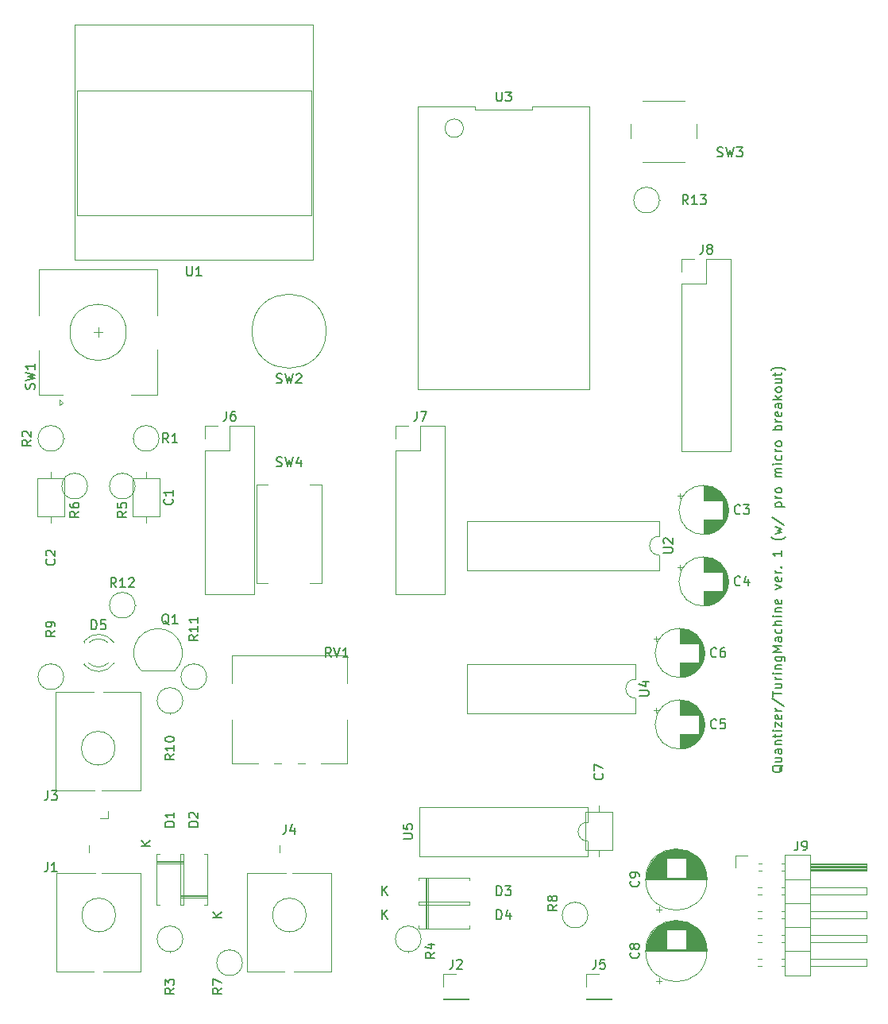
<source format=gto>
G04 #@! TF.GenerationSoftware,KiCad,Pcbnew,(5.1.8-0-10_14)*
G04 #@! TF.CreationDate,2022-03-26T19:04:17+09:00*
G04 #@! TF.ProjectId,Quantizer,5175616e-7469-47a6-9572-2e6b69636164,rev?*
G04 #@! TF.SameCoordinates,Original*
G04 #@! TF.FileFunction,Legend,Top*
G04 #@! TF.FilePolarity,Positive*
%FSLAX46Y46*%
G04 Gerber Fmt 4.6, Leading zero omitted, Abs format (unit mm)*
G04 Created by KiCad (PCBNEW (5.1.8-0-10_14)) date 2022-03-26 19:04:17*
%MOMM*%
%LPD*%
G01*
G04 APERTURE LIST*
%ADD10C,0.150000*%
%ADD11C,0.120000*%
%ADD12C,1.600000*%
%ADD13O,1.600000X1.600000*%
%ADD14R,1.800000X1.800000*%
%ADD15O,1.800000X1.800000*%
%ADD16C,1.800000*%
%ADD17O,2.500000X2.130000*%
%ADD18R,1.930000X1.830000*%
%ADD19O,1.050000X1.500000*%
%ADD20R,1.050000X1.500000*%
%ADD21R,2.500000X3.000000*%
%ADD22C,2.000000*%
%ADD23R,2.000000X2.000000*%
%ADD24O,3.300000X1.524000*%
%ADD25C,1.524000*%
%ADD26R,1.700000X1.700000*%
%ADD27O,1.700000X1.700000*%
%ADD28C,4.000000*%
%ADD29O,4.500000X1.524000*%
%ADD30R,1.600000X1.600000*%
%ADD31O,2.000000X1.200000*%
G04 APERTURE END LIST*
D10*
X140882619Y-116742142D02*
X140835000Y-116837380D01*
X140739761Y-116932619D01*
X140596904Y-117075476D01*
X140549285Y-117170714D01*
X140549285Y-117265952D01*
X140787380Y-117218333D02*
X140739761Y-117313571D01*
X140644523Y-117408809D01*
X140454047Y-117456428D01*
X140120714Y-117456428D01*
X139930238Y-117408809D01*
X139835000Y-117313571D01*
X139787380Y-117218333D01*
X139787380Y-117027857D01*
X139835000Y-116932619D01*
X139930238Y-116837380D01*
X140120714Y-116789761D01*
X140454047Y-116789761D01*
X140644523Y-116837380D01*
X140739761Y-116932619D01*
X140787380Y-117027857D01*
X140787380Y-117218333D01*
X140120714Y-115932619D02*
X140787380Y-115932619D01*
X140120714Y-116361190D02*
X140644523Y-116361190D01*
X140739761Y-116313571D01*
X140787380Y-116218333D01*
X140787380Y-116075476D01*
X140739761Y-115980238D01*
X140692142Y-115932619D01*
X140787380Y-115027857D02*
X140263571Y-115027857D01*
X140168333Y-115075476D01*
X140120714Y-115170714D01*
X140120714Y-115361190D01*
X140168333Y-115456428D01*
X140739761Y-115027857D02*
X140787380Y-115123095D01*
X140787380Y-115361190D01*
X140739761Y-115456428D01*
X140644523Y-115504047D01*
X140549285Y-115504047D01*
X140454047Y-115456428D01*
X140406428Y-115361190D01*
X140406428Y-115123095D01*
X140358809Y-115027857D01*
X140120714Y-114551666D02*
X140787380Y-114551666D01*
X140215952Y-114551666D02*
X140168333Y-114504047D01*
X140120714Y-114408809D01*
X140120714Y-114265952D01*
X140168333Y-114170714D01*
X140263571Y-114123095D01*
X140787380Y-114123095D01*
X140120714Y-113789761D02*
X140120714Y-113408809D01*
X139787380Y-113646904D02*
X140644523Y-113646904D01*
X140739761Y-113599285D01*
X140787380Y-113504047D01*
X140787380Y-113408809D01*
X140787380Y-113075476D02*
X140120714Y-113075476D01*
X139787380Y-113075476D02*
X139835000Y-113123095D01*
X139882619Y-113075476D01*
X139835000Y-113027857D01*
X139787380Y-113075476D01*
X139882619Y-113075476D01*
X140120714Y-112694523D02*
X140120714Y-112170714D01*
X140787380Y-112694523D01*
X140787380Y-112170714D01*
X140739761Y-111408809D02*
X140787380Y-111504047D01*
X140787380Y-111694523D01*
X140739761Y-111789761D01*
X140644523Y-111837380D01*
X140263571Y-111837380D01*
X140168333Y-111789761D01*
X140120714Y-111694523D01*
X140120714Y-111504047D01*
X140168333Y-111408809D01*
X140263571Y-111361190D01*
X140358809Y-111361190D01*
X140454047Y-111837380D01*
X140787380Y-110932619D02*
X140120714Y-110932619D01*
X140311190Y-110932619D02*
X140215952Y-110885000D01*
X140168333Y-110837380D01*
X140120714Y-110742142D01*
X140120714Y-110646904D01*
X139739761Y-109599285D02*
X141025476Y-110456428D01*
X139787380Y-109408809D02*
X139787380Y-108837380D01*
X140787380Y-109123095D02*
X139787380Y-109123095D01*
X140120714Y-108075476D02*
X140787380Y-108075476D01*
X140120714Y-108504047D02*
X140644523Y-108504047D01*
X140739761Y-108456428D01*
X140787380Y-108361190D01*
X140787380Y-108218333D01*
X140739761Y-108123095D01*
X140692142Y-108075476D01*
X140787380Y-107599285D02*
X140120714Y-107599285D01*
X140311190Y-107599285D02*
X140215952Y-107551666D01*
X140168333Y-107504047D01*
X140120714Y-107408809D01*
X140120714Y-107313571D01*
X140787380Y-106980238D02*
X140120714Y-106980238D01*
X139787380Y-106980238D02*
X139835000Y-107027857D01*
X139882619Y-106980238D01*
X139835000Y-106932619D01*
X139787380Y-106980238D01*
X139882619Y-106980238D01*
X140120714Y-106504047D02*
X140787380Y-106504047D01*
X140215952Y-106504047D02*
X140168333Y-106456428D01*
X140120714Y-106361190D01*
X140120714Y-106218333D01*
X140168333Y-106123095D01*
X140263571Y-106075476D01*
X140787380Y-106075476D01*
X140120714Y-105170714D02*
X140930238Y-105170714D01*
X141025476Y-105218333D01*
X141073095Y-105265952D01*
X141120714Y-105361190D01*
X141120714Y-105504047D01*
X141073095Y-105599285D01*
X140739761Y-105170714D02*
X140787380Y-105265952D01*
X140787380Y-105456428D01*
X140739761Y-105551666D01*
X140692142Y-105599285D01*
X140596904Y-105646904D01*
X140311190Y-105646904D01*
X140215952Y-105599285D01*
X140168333Y-105551666D01*
X140120714Y-105456428D01*
X140120714Y-105265952D01*
X140168333Y-105170714D01*
X140787380Y-104694523D02*
X139787380Y-104694523D01*
X140501666Y-104361190D01*
X139787380Y-104027857D01*
X140787380Y-104027857D01*
X140787380Y-103123095D02*
X140263571Y-103123095D01*
X140168333Y-103170714D01*
X140120714Y-103265952D01*
X140120714Y-103456428D01*
X140168333Y-103551666D01*
X140739761Y-103123095D02*
X140787380Y-103218333D01*
X140787380Y-103456428D01*
X140739761Y-103551666D01*
X140644523Y-103599285D01*
X140549285Y-103599285D01*
X140454047Y-103551666D01*
X140406428Y-103456428D01*
X140406428Y-103218333D01*
X140358809Y-103123095D01*
X140739761Y-102218333D02*
X140787380Y-102313571D01*
X140787380Y-102504047D01*
X140739761Y-102599285D01*
X140692142Y-102646904D01*
X140596904Y-102694523D01*
X140311190Y-102694523D01*
X140215952Y-102646904D01*
X140168333Y-102599285D01*
X140120714Y-102504047D01*
X140120714Y-102313571D01*
X140168333Y-102218333D01*
X140787380Y-101789761D02*
X139787380Y-101789761D01*
X140787380Y-101361190D02*
X140263571Y-101361190D01*
X140168333Y-101408809D01*
X140120714Y-101504047D01*
X140120714Y-101646904D01*
X140168333Y-101742142D01*
X140215952Y-101789761D01*
X140787380Y-100885000D02*
X140120714Y-100885000D01*
X139787380Y-100885000D02*
X139835000Y-100932619D01*
X139882619Y-100885000D01*
X139835000Y-100837380D01*
X139787380Y-100885000D01*
X139882619Y-100885000D01*
X140120714Y-100408809D02*
X140787380Y-100408809D01*
X140215952Y-100408809D02*
X140168333Y-100361190D01*
X140120714Y-100265952D01*
X140120714Y-100123095D01*
X140168333Y-100027857D01*
X140263571Y-99980238D01*
X140787380Y-99980238D01*
X140739761Y-99123095D02*
X140787380Y-99218333D01*
X140787380Y-99408809D01*
X140739761Y-99504047D01*
X140644523Y-99551666D01*
X140263571Y-99551666D01*
X140168333Y-99504047D01*
X140120714Y-99408809D01*
X140120714Y-99218333D01*
X140168333Y-99123095D01*
X140263571Y-99075476D01*
X140358809Y-99075476D01*
X140454047Y-99551666D01*
X140120714Y-97980238D02*
X140787380Y-97742142D01*
X140120714Y-97504047D01*
X140739761Y-96742142D02*
X140787380Y-96837380D01*
X140787380Y-97027857D01*
X140739761Y-97123095D01*
X140644523Y-97170714D01*
X140263571Y-97170714D01*
X140168333Y-97123095D01*
X140120714Y-97027857D01*
X140120714Y-96837380D01*
X140168333Y-96742142D01*
X140263571Y-96694523D01*
X140358809Y-96694523D01*
X140454047Y-97170714D01*
X140787380Y-96265952D02*
X140120714Y-96265952D01*
X140311190Y-96265952D02*
X140215952Y-96218333D01*
X140168333Y-96170714D01*
X140120714Y-96075476D01*
X140120714Y-95980238D01*
X140692142Y-95646904D02*
X140739761Y-95599285D01*
X140787380Y-95646904D01*
X140739761Y-95694523D01*
X140692142Y-95646904D01*
X140787380Y-95646904D01*
X140787380Y-93885000D02*
X140787380Y-94456428D01*
X140787380Y-94170714D02*
X139787380Y-94170714D01*
X139930238Y-94265952D01*
X140025476Y-94361190D01*
X140073095Y-94456428D01*
X141168333Y-92408809D02*
X141120714Y-92456428D01*
X140977857Y-92551666D01*
X140882619Y-92599285D01*
X140739761Y-92646904D01*
X140501666Y-92694523D01*
X140311190Y-92694523D01*
X140073095Y-92646904D01*
X139930238Y-92599285D01*
X139835000Y-92551666D01*
X139692142Y-92456428D01*
X139644523Y-92408809D01*
X140120714Y-92123095D02*
X140787380Y-91932619D01*
X140311190Y-91742142D01*
X140787380Y-91551666D01*
X140120714Y-91361190D01*
X139739761Y-90265952D02*
X141025476Y-91123095D01*
X140120714Y-89170714D02*
X141120714Y-89170714D01*
X140168333Y-89170714D02*
X140120714Y-89075476D01*
X140120714Y-88885000D01*
X140168333Y-88789761D01*
X140215952Y-88742142D01*
X140311190Y-88694523D01*
X140596904Y-88694523D01*
X140692142Y-88742142D01*
X140739761Y-88789761D01*
X140787380Y-88885000D01*
X140787380Y-89075476D01*
X140739761Y-89170714D01*
X140787380Y-88265952D02*
X140120714Y-88265952D01*
X140311190Y-88265952D02*
X140215952Y-88218333D01*
X140168333Y-88170714D01*
X140120714Y-88075476D01*
X140120714Y-87980238D01*
X140787380Y-87504047D02*
X140739761Y-87599285D01*
X140692142Y-87646904D01*
X140596904Y-87694523D01*
X140311190Y-87694523D01*
X140215952Y-87646904D01*
X140168333Y-87599285D01*
X140120714Y-87504047D01*
X140120714Y-87361190D01*
X140168333Y-87265952D01*
X140215952Y-87218333D01*
X140311190Y-87170714D01*
X140596904Y-87170714D01*
X140692142Y-87218333D01*
X140739761Y-87265952D01*
X140787380Y-87361190D01*
X140787380Y-87504047D01*
X140787380Y-85980238D02*
X140120714Y-85980238D01*
X140215952Y-85980238D02*
X140168333Y-85932619D01*
X140120714Y-85837380D01*
X140120714Y-85694523D01*
X140168333Y-85599285D01*
X140263571Y-85551666D01*
X140787380Y-85551666D01*
X140263571Y-85551666D02*
X140168333Y-85504047D01*
X140120714Y-85408809D01*
X140120714Y-85265952D01*
X140168333Y-85170714D01*
X140263571Y-85123095D01*
X140787380Y-85123095D01*
X140787380Y-84646904D02*
X140120714Y-84646904D01*
X139787380Y-84646904D02*
X139835000Y-84694523D01*
X139882619Y-84646904D01*
X139835000Y-84599285D01*
X139787380Y-84646904D01*
X139882619Y-84646904D01*
X140739761Y-83742142D02*
X140787380Y-83837380D01*
X140787380Y-84027857D01*
X140739761Y-84123095D01*
X140692142Y-84170714D01*
X140596904Y-84218333D01*
X140311190Y-84218333D01*
X140215952Y-84170714D01*
X140168333Y-84123095D01*
X140120714Y-84027857D01*
X140120714Y-83837380D01*
X140168333Y-83742142D01*
X140787380Y-83313571D02*
X140120714Y-83313571D01*
X140311190Y-83313571D02*
X140215952Y-83265952D01*
X140168333Y-83218333D01*
X140120714Y-83123095D01*
X140120714Y-83027857D01*
X140787380Y-82551666D02*
X140739761Y-82646904D01*
X140692142Y-82694523D01*
X140596904Y-82742142D01*
X140311190Y-82742142D01*
X140215952Y-82694523D01*
X140168333Y-82646904D01*
X140120714Y-82551666D01*
X140120714Y-82408809D01*
X140168333Y-82313571D01*
X140215952Y-82265952D01*
X140311190Y-82218333D01*
X140596904Y-82218333D01*
X140692142Y-82265952D01*
X140739761Y-82313571D01*
X140787380Y-82408809D01*
X140787380Y-82551666D01*
X140787380Y-81027857D02*
X139787380Y-81027857D01*
X140168333Y-81027857D02*
X140120714Y-80932619D01*
X140120714Y-80742142D01*
X140168333Y-80646904D01*
X140215952Y-80599285D01*
X140311190Y-80551666D01*
X140596904Y-80551666D01*
X140692142Y-80599285D01*
X140739761Y-80646904D01*
X140787380Y-80742142D01*
X140787380Y-80932619D01*
X140739761Y-81027857D01*
X140787380Y-80123095D02*
X140120714Y-80123095D01*
X140311190Y-80123095D02*
X140215952Y-80075476D01*
X140168333Y-80027857D01*
X140120714Y-79932619D01*
X140120714Y-79837380D01*
X140739761Y-79123095D02*
X140787380Y-79218333D01*
X140787380Y-79408809D01*
X140739761Y-79504047D01*
X140644523Y-79551666D01*
X140263571Y-79551666D01*
X140168333Y-79504047D01*
X140120714Y-79408809D01*
X140120714Y-79218333D01*
X140168333Y-79123095D01*
X140263571Y-79075476D01*
X140358809Y-79075476D01*
X140454047Y-79551666D01*
X140787380Y-78218333D02*
X140263571Y-78218333D01*
X140168333Y-78265952D01*
X140120714Y-78361190D01*
X140120714Y-78551666D01*
X140168333Y-78646904D01*
X140739761Y-78218333D02*
X140787380Y-78313571D01*
X140787380Y-78551666D01*
X140739761Y-78646904D01*
X140644523Y-78694523D01*
X140549285Y-78694523D01*
X140454047Y-78646904D01*
X140406428Y-78551666D01*
X140406428Y-78313571D01*
X140358809Y-78218333D01*
X140787380Y-77742142D02*
X139787380Y-77742142D01*
X140406428Y-77646904D02*
X140787380Y-77361190D01*
X140120714Y-77361190D02*
X140501666Y-77742142D01*
X140787380Y-76789761D02*
X140739761Y-76885000D01*
X140692142Y-76932619D01*
X140596904Y-76980238D01*
X140311190Y-76980238D01*
X140215952Y-76932619D01*
X140168333Y-76885000D01*
X140120714Y-76789761D01*
X140120714Y-76646904D01*
X140168333Y-76551666D01*
X140215952Y-76504047D01*
X140311190Y-76456428D01*
X140596904Y-76456428D01*
X140692142Y-76504047D01*
X140739761Y-76551666D01*
X140787380Y-76646904D01*
X140787380Y-76789761D01*
X140120714Y-75599285D02*
X140787380Y-75599285D01*
X140120714Y-76027857D02*
X140644523Y-76027857D01*
X140739761Y-75980238D01*
X140787380Y-75885000D01*
X140787380Y-75742142D01*
X140739761Y-75646904D01*
X140692142Y-75599285D01*
X140120714Y-75265952D02*
X140120714Y-74885000D01*
X139787380Y-75123095D02*
X140644523Y-75123095D01*
X140739761Y-75075476D01*
X140787380Y-74980238D01*
X140787380Y-74885000D01*
X141168333Y-74646904D02*
X141120714Y-74599285D01*
X140977857Y-74504047D01*
X140882619Y-74456428D01*
X140739761Y-74408809D01*
X140501666Y-74361190D01*
X140311190Y-74361190D01*
X140073095Y-74408809D01*
X139930238Y-74456428D01*
X139835000Y-74504047D01*
X139692142Y-74599285D01*
X139644523Y-74646904D01*
D11*
X74445000Y-86185000D02*
X71605000Y-86185000D01*
X71605000Y-86185000D02*
X71605000Y-90225000D01*
X71605000Y-90225000D02*
X74445000Y-90225000D01*
X74445000Y-90225000D02*
X74445000Y-86185000D01*
X73025000Y-85495000D02*
X73025000Y-86185000D01*
X73025000Y-90915000D02*
X73025000Y-90225000D01*
X62865000Y-90915000D02*
X62865000Y-90225000D01*
X62865000Y-85495000D02*
X62865000Y-86185000D01*
X64285000Y-90225000D02*
X64285000Y-86185000D01*
X61445000Y-90225000D02*
X64285000Y-90225000D01*
X61445000Y-86185000D02*
X61445000Y-90225000D01*
X64285000Y-86185000D02*
X61445000Y-86185000D01*
X76705000Y-126185000D02*
X77035000Y-126185000D01*
X77035000Y-126185000D02*
X77035000Y-131625000D01*
X77035000Y-131625000D02*
X76705000Y-131625000D01*
X74425000Y-126185000D02*
X74095000Y-126185000D01*
X74095000Y-126185000D02*
X74095000Y-131625000D01*
X74095000Y-131625000D02*
X74425000Y-131625000D01*
X77035000Y-127085000D02*
X74095000Y-127085000D01*
X77035000Y-127205000D02*
X74095000Y-127205000D01*
X77035000Y-126965000D02*
X74095000Y-126965000D01*
X76635000Y-130845000D02*
X79575000Y-130845000D01*
X76635000Y-130605000D02*
X79575000Y-130605000D01*
X76635000Y-130725000D02*
X79575000Y-130725000D01*
X79575000Y-126185000D02*
X79245000Y-126185000D01*
X79575000Y-131625000D02*
X79575000Y-126185000D01*
X79245000Y-131625000D02*
X79575000Y-131625000D01*
X76635000Y-126185000D02*
X76965000Y-126185000D01*
X76635000Y-131625000D02*
X76635000Y-126185000D01*
X76965000Y-131625000D02*
X76635000Y-131625000D01*
X66385000Y-103539000D02*
X66385000Y-103695000D01*
X66385000Y-105855000D02*
X66385000Y-106011000D01*
X69617335Y-103696392D02*
G75*
G03*
X66385000Y-103539484I-1672335J-1078608D01*
G01*
X69617335Y-105853608D02*
G75*
G02*
X66385000Y-106010516I-1672335J1078608D01*
G01*
X68986130Y-103695163D02*
G75*
G03*
X66904039Y-103695000I-1041130J-1079837D01*
G01*
X68986130Y-105854837D02*
G75*
G02*
X66904039Y-105855000I-1041130J1079837D01*
G01*
X66915000Y-125235000D02*
X67775000Y-125235000D01*
X67475000Y-138715000D02*
X63475000Y-138715000D01*
X63475000Y-128215000D02*
X63475000Y-138715000D01*
X72475000Y-128215000D02*
X72475000Y-138715000D01*
X72475000Y-138715000D02*
X68475000Y-138715000D01*
X69775000Y-132715000D02*
G75*
G03*
X69775000Y-132715000I-1800000J0D01*
G01*
X66915000Y-125235000D02*
X66915000Y-126035000D01*
X67625000Y-128215000D02*
X63475000Y-128215000D01*
X72475000Y-128215000D02*
X68325000Y-128215000D01*
X68975000Y-122415000D02*
X68115000Y-122415000D01*
X68415000Y-108935000D02*
X72415000Y-108935000D01*
X72415000Y-119435000D02*
X72415000Y-108935000D01*
X63415000Y-119435000D02*
X63415000Y-108935000D01*
X63415000Y-108935000D02*
X67415000Y-108935000D01*
X69715000Y-114935000D02*
G75*
G03*
X69715000Y-114935000I-1800000J0D01*
G01*
X68975000Y-122415000D02*
X68975000Y-121615000D01*
X68265000Y-119435000D02*
X72415000Y-119435000D01*
X63415000Y-119435000D02*
X67565000Y-119435000D01*
X92795000Y-128215000D02*
X88645000Y-128215000D01*
X87945000Y-128215000D02*
X83795000Y-128215000D01*
X87235000Y-125235000D02*
X87235000Y-126035000D01*
X90095000Y-132715000D02*
G75*
G03*
X90095000Y-132715000I-1800000J0D01*
G01*
X92795000Y-138715000D02*
X88795000Y-138715000D01*
X92795000Y-128215000D02*
X92795000Y-138715000D01*
X83795000Y-128215000D02*
X83795000Y-138715000D01*
X87795000Y-138715000D02*
X83795000Y-138715000D01*
X87235000Y-125235000D02*
X88095000Y-125235000D01*
X72495000Y-106625000D02*
X76095000Y-106625000D01*
X72456522Y-106613478D02*
G75*
G02*
X74295000Y-102175000I1838478J1838478D01*
G01*
X76133478Y-106613478D02*
G75*
G03*
X74295000Y-102175000I-1838478J1838478D01*
G01*
X67905000Y-71105000D02*
X67905000Y-70105000D01*
X67405000Y-70605000D02*
X68405000Y-70605000D01*
X63805000Y-77805000D02*
X64105000Y-78105000D01*
X63805000Y-78405000D02*
X63805000Y-77805000D01*
X64105000Y-78105000D02*
X63805000Y-78405000D01*
X61605000Y-77305000D02*
X64105000Y-77305000D01*
X61605000Y-72505000D02*
X61605000Y-77305000D01*
X74205000Y-77305000D02*
X71405000Y-77305000D01*
X74205000Y-72405000D02*
X74205000Y-77305000D01*
X74205000Y-63905000D02*
X74205000Y-68805000D01*
X61605000Y-63905000D02*
X74205000Y-63905000D01*
X61605000Y-68805000D02*
X61605000Y-63905000D01*
X70905000Y-70605000D02*
G75*
G03*
X70905000Y-70605000I-3000000J0D01*
G01*
X92215000Y-70485000D02*
G75*
G03*
X92215000Y-70485000I-3950000J0D01*
G01*
X65645000Y-44805000D02*
X65645000Y-58105000D01*
X90595000Y-44805000D02*
X65645000Y-44805000D01*
X90595000Y-58105000D02*
X90595000Y-44805000D01*
X90595000Y-58105000D02*
X65645000Y-58105000D01*
X90795000Y-37805000D02*
X65445000Y-37805000D01*
X65395000Y-62905000D02*
X65395000Y-37805000D01*
X90795000Y-62905000D02*
X90795000Y-37805000D01*
X90795000Y-62905000D02*
X65445000Y-62905000D01*
X74395000Y-81915000D02*
G75*
G03*
X74395000Y-81915000I-1370000J0D01*
G01*
X71655000Y-81915000D02*
X71585000Y-81915000D01*
X64235000Y-81915000D02*
X64305000Y-81915000D01*
X64235000Y-81915000D02*
G75*
G03*
X64235000Y-81915000I-1370000J0D01*
G01*
X76935000Y-135255000D02*
G75*
G03*
X76935000Y-135255000I-1370000J0D01*
G01*
X75565000Y-136625000D02*
X75565000Y-136695000D01*
X71855000Y-86995000D02*
G75*
G03*
X71855000Y-86995000I-1370000J0D01*
G01*
X70485000Y-85625000D02*
X70485000Y-85555000D01*
X65405000Y-85625000D02*
X65405000Y-85555000D01*
X66775000Y-86995000D02*
G75*
G03*
X66775000Y-86995000I-1370000J0D01*
G01*
X83285000Y-137795000D02*
G75*
G03*
X83285000Y-137795000I-1370000J0D01*
G01*
X81915000Y-136425000D02*
X81915000Y-136355000D01*
X62865000Y-105945000D02*
X62865000Y-105875000D01*
X64235000Y-107315000D02*
G75*
G03*
X64235000Y-107315000I-1370000J0D01*
G01*
X75565000Y-111225000D02*
X75565000Y-111295000D01*
X76935000Y-109855000D02*
G75*
G03*
X76935000Y-109855000I-1370000J0D01*
G01*
X79475000Y-107315000D02*
G75*
G03*
X79475000Y-107315000I-1370000J0D01*
G01*
X78105000Y-105945000D02*
X78105000Y-105875000D01*
X71855000Y-99695000D02*
G75*
G03*
X71855000Y-99695000I-1370000J0D01*
G01*
X71855000Y-99695000D02*
X71925000Y-99695000D01*
X79315000Y-98485000D02*
X84515000Y-98485000D01*
X79315000Y-83185000D02*
X79315000Y-98485000D01*
X84515000Y-80585000D02*
X84515000Y-98485000D01*
X79315000Y-83185000D02*
X81915000Y-83185000D01*
X81915000Y-83185000D02*
X81915000Y-80585000D01*
X81915000Y-80585000D02*
X84515000Y-80585000D01*
X79315000Y-81915000D02*
X79315000Y-80585000D01*
X79315000Y-80585000D02*
X80645000Y-80585000D01*
X82135000Y-105005000D02*
X94475000Y-105005000D01*
X91675000Y-116595000D02*
X94475000Y-116595000D01*
X89176000Y-116595000D02*
X89935000Y-116595000D01*
X86676000Y-116595000D02*
X87435000Y-116595000D01*
X82135000Y-116595000D02*
X84934000Y-116595000D01*
X94475000Y-108020000D02*
X94475000Y-105005000D01*
X94475000Y-116595000D02*
X94475000Y-111929000D01*
X82135000Y-108020000D02*
X82135000Y-105005000D01*
X82135000Y-116595000D02*
X82135000Y-111929000D01*
X84815000Y-86800000D02*
X84815000Y-97350000D01*
X91715000Y-97350000D02*
X84815000Y-97350000D01*
X91715000Y-86800000D02*
X91715000Y-97350000D01*
X91715000Y-86800000D02*
X84815000Y-86800000D01*
X129890225Y-87810000D02*
X129890225Y-88310000D01*
X129640225Y-88060000D02*
X130140225Y-88060000D01*
X135046000Y-89251000D02*
X135046000Y-89819000D01*
X135006000Y-89017000D02*
X135006000Y-90053000D01*
X134966000Y-88858000D02*
X134966000Y-90212000D01*
X134926000Y-88730000D02*
X134926000Y-90340000D01*
X134886000Y-88620000D02*
X134886000Y-90450000D01*
X134846000Y-88524000D02*
X134846000Y-90546000D01*
X134806000Y-88437000D02*
X134806000Y-90633000D01*
X134766000Y-88357000D02*
X134766000Y-90713000D01*
X134726000Y-88284000D02*
X134726000Y-90786000D01*
X134686000Y-88216000D02*
X134686000Y-90854000D01*
X134646000Y-88152000D02*
X134646000Y-90918000D01*
X134606000Y-88092000D02*
X134606000Y-90978000D01*
X134566000Y-88035000D02*
X134566000Y-91035000D01*
X134526000Y-87981000D02*
X134526000Y-91089000D01*
X134486000Y-87930000D02*
X134486000Y-91140000D01*
X134446000Y-90575000D02*
X134446000Y-91188000D01*
X134446000Y-87882000D02*
X134446000Y-88495000D01*
X134406000Y-90575000D02*
X134406000Y-91234000D01*
X134406000Y-87836000D02*
X134406000Y-88495000D01*
X134366000Y-90575000D02*
X134366000Y-91278000D01*
X134366000Y-87792000D02*
X134366000Y-88495000D01*
X134326000Y-90575000D02*
X134326000Y-91320000D01*
X134326000Y-87750000D02*
X134326000Y-88495000D01*
X134286000Y-90575000D02*
X134286000Y-91361000D01*
X134286000Y-87709000D02*
X134286000Y-88495000D01*
X134246000Y-90575000D02*
X134246000Y-91399000D01*
X134246000Y-87671000D02*
X134246000Y-88495000D01*
X134206000Y-90575000D02*
X134206000Y-91436000D01*
X134206000Y-87634000D02*
X134206000Y-88495000D01*
X134166000Y-90575000D02*
X134166000Y-91472000D01*
X134166000Y-87598000D02*
X134166000Y-88495000D01*
X134126000Y-90575000D02*
X134126000Y-91506000D01*
X134126000Y-87564000D02*
X134126000Y-88495000D01*
X134086000Y-90575000D02*
X134086000Y-91539000D01*
X134086000Y-87531000D02*
X134086000Y-88495000D01*
X134046000Y-90575000D02*
X134046000Y-91570000D01*
X134046000Y-87500000D02*
X134046000Y-88495000D01*
X134006000Y-90575000D02*
X134006000Y-91600000D01*
X134006000Y-87470000D02*
X134006000Y-88495000D01*
X133966000Y-90575000D02*
X133966000Y-91630000D01*
X133966000Y-87440000D02*
X133966000Y-88495000D01*
X133926000Y-90575000D02*
X133926000Y-91657000D01*
X133926000Y-87413000D02*
X133926000Y-88495000D01*
X133886000Y-90575000D02*
X133886000Y-91684000D01*
X133886000Y-87386000D02*
X133886000Y-88495000D01*
X133846000Y-90575000D02*
X133846000Y-91710000D01*
X133846000Y-87360000D02*
X133846000Y-88495000D01*
X133806000Y-90575000D02*
X133806000Y-91735000D01*
X133806000Y-87335000D02*
X133806000Y-88495000D01*
X133766000Y-90575000D02*
X133766000Y-91759000D01*
X133766000Y-87311000D02*
X133766000Y-88495000D01*
X133726000Y-90575000D02*
X133726000Y-91782000D01*
X133726000Y-87288000D02*
X133726000Y-88495000D01*
X133686000Y-90575000D02*
X133686000Y-91803000D01*
X133686000Y-87267000D02*
X133686000Y-88495000D01*
X133646000Y-90575000D02*
X133646000Y-91825000D01*
X133646000Y-87245000D02*
X133646000Y-88495000D01*
X133606000Y-90575000D02*
X133606000Y-91845000D01*
X133606000Y-87225000D02*
X133606000Y-88495000D01*
X133566000Y-90575000D02*
X133566000Y-91864000D01*
X133566000Y-87206000D02*
X133566000Y-88495000D01*
X133526000Y-90575000D02*
X133526000Y-91883000D01*
X133526000Y-87187000D02*
X133526000Y-88495000D01*
X133486000Y-90575000D02*
X133486000Y-91900000D01*
X133486000Y-87170000D02*
X133486000Y-88495000D01*
X133446000Y-90575000D02*
X133446000Y-91917000D01*
X133446000Y-87153000D02*
X133446000Y-88495000D01*
X133406000Y-90575000D02*
X133406000Y-91933000D01*
X133406000Y-87137000D02*
X133406000Y-88495000D01*
X133366000Y-90575000D02*
X133366000Y-91949000D01*
X133366000Y-87121000D02*
X133366000Y-88495000D01*
X133326000Y-90575000D02*
X133326000Y-91963000D01*
X133326000Y-87107000D02*
X133326000Y-88495000D01*
X133286000Y-90575000D02*
X133286000Y-91977000D01*
X133286000Y-87093000D02*
X133286000Y-88495000D01*
X133246000Y-90575000D02*
X133246000Y-91990000D01*
X133246000Y-87080000D02*
X133246000Y-88495000D01*
X133206000Y-90575000D02*
X133206000Y-92003000D01*
X133206000Y-87067000D02*
X133206000Y-88495000D01*
X133166000Y-90575000D02*
X133166000Y-92015000D01*
X133166000Y-87055000D02*
X133166000Y-88495000D01*
X133125000Y-90575000D02*
X133125000Y-92026000D01*
X133125000Y-87044000D02*
X133125000Y-88495000D01*
X133085000Y-90575000D02*
X133085000Y-92036000D01*
X133085000Y-87034000D02*
X133085000Y-88495000D01*
X133045000Y-90575000D02*
X133045000Y-92046000D01*
X133045000Y-87024000D02*
X133045000Y-88495000D01*
X133005000Y-90575000D02*
X133005000Y-92055000D01*
X133005000Y-87015000D02*
X133005000Y-88495000D01*
X132965000Y-90575000D02*
X132965000Y-92063000D01*
X132965000Y-87007000D02*
X132965000Y-88495000D01*
X132925000Y-90575000D02*
X132925000Y-92071000D01*
X132925000Y-86999000D02*
X132925000Y-88495000D01*
X132885000Y-90575000D02*
X132885000Y-92078000D01*
X132885000Y-86992000D02*
X132885000Y-88495000D01*
X132845000Y-90575000D02*
X132845000Y-92085000D01*
X132845000Y-86985000D02*
X132845000Y-88495000D01*
X132805000Y-90575000D02*
X132805000Y-92091000D01*
X132805000Y-86979000D02*
X132805000Y-88495000D01*
X132765000Y-90575000D02*
X132765000Y-92096000D01*
X132765000Y-86974000D02*
X132765000Y-88495000D01*
X132725000Y-90575000D02*
X132725000Y-92100000D01*
X132725000Y-86970000D02*
X132725000Y-88495000D01*
X132685000Y-90575000D02*
X132685000Y-92104000D01*
X132685000Y-86966000D02*
X132685000Y-88495000D01*
X132645000Y-90575000D02*
X132645000Y-92108000D01*
X132645000Y-86962000D02*
X132645000Y-88495000D01*
X132605000Y-90575000D02*
X132605000Y-92111000D01*
X132605000Y-86959000D02*
X132605000Y-88495000D01*
X132565000Y-90575000D02*
X132565000Y-92113000D01*
X132565000Y-86957000D02*
X132565000Y-88495000D01*
X132525000Y-90575000D02*
X132525000Y-92114000D01*
X132525000Y-86956000D02*
X132525000Y-88495000D01*
X132485000Y-86955000D02*
X132485000Y-88495000D01*
X132485000Y-90575000D02*
X132485000Y-92115000D01*
X132445000Y-86955000D02*
X132445000Y-88495000D01*
X132445000Y-90575000D02*
X132445000Y-92115000D01*
X135065000Y-89535000D02*
G75*
G03*
X135065000Y-89535000I-2620000J0D01*
G01*
X135065000Y-97155000D02*
G75*
G03*
X135065000Y-97155000I-2620000J0D01*
G01*
X132445000Y-98195000D02*
X132445000Y-99735000D01*
X132445000Y-94575000D02*
X132445000Y-96115000D01*
X132485000Y-98195000D02*
X132485000Y-99735000D01*
X132485000Y-94575000D02*
X132485000Y-96115000D01*
X132525000Y-94576000D02*
X132525000Y-96115000D01*
X132525000Y-98195000D02*
X132525000Y-99734000D01*
X132565000Y-94577000D02*
X132565000Y-96115000D01*
X132565000Y-98195000D02*
X132565000Y-99733000D01*
X132605000Y-94579000D02*
X132605000Y-96115000D01*
X132605000Y-98195000D02*
X132605000Y-99731000D01*
X132645000Y-94582000D02*
X132645000Y-96115000D01*
X132645000Y-98195000D02*
X132645000Y-99728000D01*
X132685000Y-94586000D02*
X132685000Y-96115000D01*
X132685000Y-98195000D02*
X132685000Y-99724000D01*
X132725000Y-94590000D02*
X132725000Y-96115000D01*
X132725000Y-98195000D02*
X132725000Y-99720000D01*
X132765000Y-94594000D02*
X132765000Y-96115000D01*
X132765000Y-98195000D02*
X132765000Y-99716000D01*
X132805000Y-94599000D02*
X132805000Y-96115000D01*
X132805000Y-98195000D02*
X132805000Y-99711000D01*
X132845000Y-94605000D02*
X132845000Y-96115000D01*
X132845000Y-98195000D02*
X132845000Y-99705000D01*
X132885000Y-94612000D02*
X132885000Y-96115000D01*
X132885000Y-98195000D02*
X132885000Y-99698000D01*
X132925000Y-94619000D02*
X132925000Y-96115000D01*
X132925000Y-98195000D02*
X132925000Y-99691000D01*
X132965000Y-94627000D02*
X132965000Y-96115000D01*
X132965000Y-98195000D02*
X132965000Y-99683000D01*
X133005000Y-94635000D02*
X133005000Y-96115000D01*
X133005000Y-98195000D02*
X133005000Y-99675000D01*
X133045000Y-94644000D02*
X133045000Y-96115000D01*
X133045000Y-98195000D02*
X133045000Y-99666000D01*
X133085000Y-94654000D02*
X133085000Y-96115000D01*
X133085000Y-98195000D02*
X133085000Y-99656000D01*
X133125000Y-94664000D02*
X133125000Y-96115000D01*
X133125000Y-98195000D02*
X133125000Y-99646000D01*
X133166000Y-94675000D02*
X133166000Y-96115000D01*
X133166000Y-98195000D02*
X133166000Y-99635000D01*
X133206000Y-94687000D02*
X133206000Y-96115000D01*
X133206000Y-98195000D02*
X133206000Y-99623000D01*
X133246000Y-94700000D02*
X133246000Y-96115000D01*
X133246000Y-98195000D02*
X133246000Y-99610000D01*
X133286000Y-94713000D02*
X133286000Y-96115000D01*
X133286000Y-98195000D02*
X133286000Y-99597000D01*
X133326000Y-94727000D02*
X133326000Y-96115000D01*
X133326000Y-98195000D02*
X133326000Y-99583000D01*
X133366000Y-94741000D02*
X133366000Y-96115000D01*
X133366000Y-98195000D02*
X133366000Y-99569000D01*
X133406000Y-94757000D02*
X133406000Y-96115000D01*
X133406000Y-98195000D02*
X133406000Y-99553000D01*
X133446000Y-94773000D02*
X133446000Y-96115000D01*
X133446000Y-98195000D02*
X133446000Y-99537000D01*
X133486000Y-94790000D02*
X133486000Y-96115000D01*
X133486000Y-98195000D02*
X133486000Y-99520000D01*
X133526000Y-94807000D02*
X133526000Y-96115000D01*
X133526000Y-98195000D02*
X133526000Y-99503000D01*
X133566000Y-94826000D02*
X133566000Y-96115000D01*
X133566000Y-98195000D02*
X133566000Y-99484000D01*
X133606000Y-94845000D02*
X133606000Y-96115000D01*
X133606000Y-98195000D02*
X133606000Y-99465000D01*
X133646000Y-94865000D02*
X133646000Y-96115000D01*
X133646000Y-98195000D02*
X133646000Y-99445000D01*
X133686000Y-94887000D02*
X133686000Y-96115000D01*
X133686000Y-98195000D02*
X133686000Y-99423000D01*
X133726000Y-94908000D02*
X133726000Y-96115000D01*
X133726000Y-98195000D02*
X133726000Y-99402000D01*
X133766000Y-94931000D02*
X133766000Y-96115000D01*
X133766000Y-98195000D02*
X133766000Y-99379000D01*
X133806000Y-94955000D02*
X133806000Y-96115000D01*
X133806000Y-98195000D02*
X133806000Y-99355000D01*
X133846000Y-94980000D02*
X133846000Y-96115000D01*
X133846000Y-98195000D02*
X133846000Y-99330000D01*
X133886000Y-95006000D02*
X133886000Y-96115000D01*
X133886000Y-98195000D02*
X133886000Y-99304000D01*
X133926000Y-95033000D02*
X133926000Y-96115000D01*
X133926000Y-98195000D02*
X133926000Y-99277000D01*
X133966000Y-95060000D02*
X133966000Y-96115000D01*
X133966000Y-98195000D02*
X133966000Y-99250000D01*
X134006000Y-95090000D02*
X134006000Y-96115000D01*
X134006000Y-98195000D02*
X134006000Y-99220000D01*
X134046000Y-95120000D02*
X134046000Y-96115000D01*
X134046000Y-98195000D02*
X134046000Y-99190000D01*
X134086000Y-95151000D02*
X134086000Y-96115000D01*
X134086000Y-98195000D02*
X134086000Y-99159000D01*
X134126000Y-95184000D02*
X134126000Y-96115000D01*
X134126000Y-98195000D02*
X134126000Y-99126000D01*
X134166000Y-95218000D02*
X134166000Y-96115000D01*
X134166000Y-98195000D02*
X134166000Y-99092000D01*
X134206000Y-95254000D02*
X134206000Y-96115000D01*
X134206000Y-98195000D02*
X134206000Y-99056000D01*
X134246000Y-95291000D02*
X134246000Y-96115000D01*
X134246000Y-98195000D02*
X134246000Y-99019000D01*
X134286000Y-95329000D02*
X134286000Y-96115000D01*
X134286000Y-98195000D02*
X134286000Y-98981000D01*
X134326000Y-95370000D02*
X134326000Y-96115000D01*
X134326000Y-98195000D02*
X134326000Y-98940000D01*
X134366000Y-95412000D02*
X134366000Y-96115000D01*
X134366000Y-98195000D02*
X134366000Y-98898000D01*
X134406000Y-95456000D02*
X134406000Y-96115000D01*
X134406000Y-98195000D02*
X134406000Y-98854000D01*
X134446000Y-95502000D02*
X134446000Y-96115000D01*
X134446000Y-98195000D02*
X134446000Y-98808000D01*
X134486000Y-95550000D02*
X134486000Y-98760000D01*
X134526000Y-95601000D02*
X134526000Y-98709000D01*
X134566000Y-95655000D02*
X134566000Y-98655000D01*
X134606000Y-95712000D02*
X134606000Y-98598000D01*
X134646000Y-95772000D02*
X134646000Y-98538000D01*
X134686000Y-95836000D02*
X134686000Y-98474000D01*
X134726000Y-95904000D02*
X134726000Y-98406000D01*
X134766000Y-95977000D02*
X134766000Y-98333000D01*
X134806000Y-96057000D02*
X134806000Y-98253000D01*
X134846000Y-96144000D02*
X134846000Y-98166000D01*
X134886000Y-96240000D02*
X134886000Y-98070000D01*
X134926000Y-96350000D02*
X134926000Y-97960000D01*
X134966000Y-96478000D02*
X134966000Y-97832000D01*
X135006000Y-96637000D02*
X135006000Y-97673000D01*
X135046000Y-96871000D02*
X135046000Y-97439000D01*
X129640225Y-95680000D02*
X130140225Y-95680000D01*
X129890225Y-95430000D02*
X129890225Y-95930000D01*
X127350225Y-110670000D02*
X127350225Y-111170000D01*
X127100225Y-110920000D02*
X127600225Y-110920000D01*
X132506000Y-112111000D02*
X132506000Y-112679000D01*
X132466000Y-111877000D02*
X132466000Y-112913000D01*
X132426000Y-111718000D02*
X132426000Y-113072000D01*
X132386000Y-111590000D02*
X132386000Y-113200000D01*
X132346000Y-111480000D02*
X132346000Y-113310000D01*
X132306000Y-111384000D02*
X132306000Y-113406000D01*
X132266000Y-111297000D02*
X132266000Y-113493000D01*
X132226000Y-111217000D02*
X132226000Y-113573000D01*
X132186000Y-111144000D02*
X132186000Y-113646000D01*
X132146000Y-111076000D02*
X132146000Y-113714000D01*
X132106000Y-111012000D02*
X132106000Y-113778000D01*
X132066000Y-110952000D02*
X132066000Y-113838000D01*
X132026000Y-110895000D02*
X132026000Y-113895000D01*
X131986000Y-110841000D02*
X131986000Y-113949000D01*
X131946000Y-110790000D02*
X131946000Y-114000000D01*
X131906000Y-113435000D02*
X131906000Y-114048000D01*
X131906000Y-110742000D02*
X131906000Y-111355000D01*
X131866000Y-113435000D02*
X131866000Y-114094000D01*
X131866000Y-110696000D02*
X131866000Y-111355000D01*
X131826000Y-113435000D02*
X131826000Y-114138000D01*
X131826000Y-110652000D02*
X131826000Y-111355000D01*
X131786000Y-113435000D02*
X131786000Y-114180000D01*
X131786000Y-110610000D02*
X131786000Y-111355000D01*
X131746000Y-113435000D02*
X131746000Y-114221000D01*
X131746000Y-110569000D02*
X131746000Y-111355000D01*
X131706000Y-113435000D02*
X131706000Y-114259000D01*
X131706000Y-110531000D02*
X131706000Y-111355000D01*
X131666000Y-113435000D02*
X131666000Y-114296000D01*
X131666000Y-110494000D02*
X131666000Y-111355000D01*
X131626000Y-113435000D02*
X131626000Y-114332000D01*
X131626000Y-110458000D02*
X131626000Y-111355000D01*
X131586000Y-113435000D02*
X131586000Y-114366000D01*
X131586000Y-110424000D02*
X131586000Y-111355000D01*
X131546000Y-113435000D02*
X131546000Y-114399000D01*
X131546000Y-110391000D02*
X131546000Y-111355000D01*
X131506000Y-113435000D02*
X131506000Y-114430000D01*
X131506000Y-110360000D02*
X131506000Y-111355000D01*
X131466000Y-113435000D02*
X131466000Y-114460000D01*
X131466000Y-110330000D02*
X131466000Y-111355000D01*
X131426000Y-113435000D02*
X131426000Y-114490000D01*
X131426000Y-110300000D02*
X131426000Y-111355000D01*
X131386000Y-113435000D02*
X131386000Y-114517000D01*
X131386000Y-110273000D02*
X131386000Y-111355000D01*
X131346000Y-113435000D02*
X131346000Y-114544000D01*
X131346000Y-110246000D02*
X131346000Y-111355000D01*
X131306000Y-113435000D02*
X131306000Y-114570000D01*
X131306000Y-110220000D02*
X131306000Y-111355000D01*
X131266000Y-113435000D02*
X131266000Y-114595000D01*
X131266000Y-110195000D02*
X131266000Y-111355000D01*
X131226000Y-113435000D02*
X131226000Y-114619000D01*
X131226000Y-110171000D02*
X131226000Y-111355000D01*
X131186000Y-113435000D02*
X131186000Y-114642000D01*
X131186000Y-110148000D02*
X131186000Y-111355000D01*
X131146000Y-113435000D02*
X131146000Y-114663000D01*
X131146000Y-110127000D02*
X131146000Y-111355000D01*
X131106000Y-113435000D02*
X131106000Y-114685000D01*
X131106000Y-110105000D02*
X131106000Y-111355000D01*
X131066000Y-113435000D02*
X131066000Y-114705000D01*
X131066000Y-110085000D02*
X131066000Y-111355000D01*
X131026000Y-113435000D02*
X131026000Y-114724000D01*
X131026000Y-110066000D02*
X131026000Y-111355000D01*
X130986000Y-113435000D02*
X130986000Y-114743000D01*
X130986000Y-110047000D02*
X130986000Y-111355000D01*
X130946000Y-113435000D02*
X130946000Y-114760000D01*
X130946000Y-110030000D02*
X130946000Y-111355000D01*
X130906000Y-113435000D02*
X130906000Y-114777000D01*
X130906000Y-110013000D02*
X130906000Y-111355000D01*
X130866000Y-113435000D02*
X130866000Y-114793000D01*
X130866000Y-109997000D02*
X130866000Y-111355000D01*
X130826000Y-113435000D02*
X130826000Y-114809000D01*
X130826000Y-109981000D02*
X130826000Y-111355000D01*
X130786000Y-113435000D02*
X130786000Y-114823000D01*
X130786000Y-109967000D02*
X130786000Y-111355000D01*
X130746000Y-113435000D02*
X130746000Y-114837000D01*
X130746000Y-109953000D02*
X130746000Y-111355000D01*
X130706000Y-113435000D02*
X130706000Y-114850000D01*
X130706000Y-109940000D02*
X130706000Y-111355000D01*
X130666000Y-113435000D02*
X130666000Y-114863000D01*
X130666000Y-109927000D02*
X130666000Y-111355000D01*
X130626000Y-113435000D02*
X130626000Y-114875000D01*
X130626000Y-109915000D02*
X130626000Y-111355000D01*
X130585000Y-113435000D02*
X130585000Y-114886000D01*
X130585000Y-109904000D02*
X130585000Y-111355000D01*
X130545000Y-113435000D02*
X130545000Y-114896000D01*
X130545000Y-109894000D02*
X130545000Y-111355000D01*
X130505000Y-113435000D02*
X130505000Y-114906000D01*
X130505000Y-109884000D02*
X130505000Y-111355000D01*
X130465000Y-113435000D02*
X130465000Y-114915000D01*
X130465000Y-109875000D02*
X130465000Y-111355000D01*
X130425000Y-113435000D02*
X130425000Y-114923000D01*
X130425000Y-109867000D02*
X130425000Y-111355000D01*
X130385000Y-113435000D02*
X130385000Y-114931000D01*
X130385000Y-109859000D02*
X130385000Y-111355000D01*
X130345000Y-113435000D02*
X130345000Y-114938000D01*
X130345000Y-109852000D02*
X130345000Y-111355000D01*
X130305000Y-113435000D02*
X130305000Y-114945000D01*
X130305000Y-109845000D02*
X130305000Y-111355000D01*
X130265000Y-113435000D02*
X130265000Y-114951000D01*
X130265000Y-109839000D02*
X130265000Y-111355000D01*
X130225000Y-113435000D02*
X130225000Y-114956000D01*
X130225000Y-109834000D02*
X130225000Y-111355000D01*
X130185000Y-113435000D02*
X130185000Y-114960000D01*
X130185000Y-109830000D02*
X130185000Y-111355000D01*
X130145000Y-113435000D02*
X130145000Y-114964000D01*
X130145000Y-109826000D02*
X130145000Y-111355000D01*
X130105000Y-113435000D02*
X130105000Y-114968000D01*
X130105000Y-109822000D02*
X130105000Y-111355000D01*
X130065000Y-113435000D02*
X130065000Y-114971000D01*
X130065000Y-109819000D02*
X130065000Y-111355000D01*
X130025000Y-113435000D02*
X130025000Y-114973000D01*
X130025000Y-109817000D02*
X130025000Y-111355000D01*
X129985000Y-113435000D02*
X129985000Y-114974000D01*
X129985000Y-109816000D02*
X129985000Y-111355000D01*
X129945000Y-109815000D02*
X129945000Y-111355000D01*
X129945000Y-113435000D02*
X129945000Y-114975000D01*
X129905000Y-109815000D02*
X129905000Y-111355000D01*
X129905000Y-113435000D02*
X129905000Y-114975000D01*
X132525000Y-112395000D02*
G75*
G03*
X132525000Y-112395000I-2620000J0D01*
G01*
X132525000Y-104775000D02*
G75*
G03*
X132525000Y-104775000I-2620000J0D01*
G01*
X129905000Y-105815000D02*
X129905000Y-107355000D01*
X129905000Y-102195000D02*
X129905000Y-103735000D01*
X129945000Y-105815000D02*
X129945000Y-107355000D01*
X129945000Y-102195000D02*
X129945000Y-103735000D01*
X129985000Y-102196000D02*
X129985000Y-103735000D01*
X129985000Y-105815000D02*
X129985000Y-107354000D01*
X130025000Y-102197000D02*
X130025000Y-103735000D01*
X130025000Y-105815000D02*
X130025000Y-107353000D01*
X130065000Y-102199000D02*
X130065000Y-103735000D01*
X130065000Y-105815000D02*
X130065000Y-107351000D01*
X130105000Y-102202000D02*
X130105000Y-103735000D01*
X130105000Y-105815000D02*
X130105000Y-107348000D01*
X130145000Y-102206000D02*
X130145000Y-103735000D01*
X130145000Y-105815000D02*
X130145000Y-107344000D01*
X130185000Y-102210000D02*
X130185000Y-103735000D01*
X130185000Y-105815000D02*
X130185000Y-107340000D01*
X130225000Y-102214000D02*
X130225000Y-103735000D01*
X130225000Y-105815000D02*
X130225000Y-107336000D01*
X130265000Y-102219000D02*
X130265000Y-103735000D01*
X130265000Y-105815000D02*
X130265000Y-107331000D01*
X130305000Y-102225000D02*
X130305000Y-103735000D01*
X130305000Y-105815000D02*
X130305000Y-107325000D01*
X130345000Y-102232000D02*
X130345000Y-103735000D01*
X130345000Y-105815000D02*
X130345000Y-107318000D01*
X130385000Y-102239000D02*
X130385000Y-103735000D01*
X130385000Y-105815000D02*
X130385000Y-107311000D01*
X130425000Y-102247000D02*
X130425000Y-103735000D01*
X130425000Y-105815000D02*
X130425000Y-107303000D01*
X130465000Y-102255000D02*
X130465000Y-103735000D01*
X130465000Y-105815000D02*
X130465000Y-107295000D01*
X130505000Y-102264000D02*
X130505000Y-103735000D01*
X130505000Y-105815000D02*
X130505000Y-107286000D01*
X130545000Y-102274000D02*
X130545000Y-103735000D01*
X130545000Y-105815000D02*
X130545000Y-107276000D01*
X130585000Y-102284000D02*
X130585000Y-103735000D01*
X130585000Y-105815000D02*
X130585000Y-107266000D01*
X130626000Y-102295000D02*
X130626000Y-103735000D01*
X130626000Y-105815000D02*
X130626000Y-107255000D01*
X130666000Y-102307000D02*
X130666000Y-103735000D01*
X130666000Y-105815000D02*
X130666000Y-107243000D01*
X130706000Y-102320000D02*
X130706000Y-103735000D01*
X130706000Y-105815000D02*
X130706000Y-107230000D01*
X130746000Y-102333000D02*
X130746000Y-103735000D01*
X130746000Y-105815000D02*
X130746000Y-107217000D01*
X130786000Y-102347000D02*
X130786000Y-103735000D01*
X130786000Y-105815000D02*
X130786000Y-107203000D01*
X130826000Y-102361000D02*
X130826000Y-103735000D01*
X130826000Y-105815000D02*
X130826000Y-107189000D01*
X130866000Y-102377000D02*
X130866000Y-103735000D01*
X130866000Y-105815000D02*
X130866000Y-107173000D01*
X130906000Y-102393000D02*
X130906000Y-103735000D01*
X130906000Y-105815000D02*
X130906000Y-107157000D01*
X130946000Y-102410000D02*
X130946000Y-103735000D01*
X130946000Y-105815000D02*
X130946000Y-107140000D01*
X130986000Y-102427000D02*
X130986000Y-103735000D01*
X130986000Y-105815000D02*
X130986000Y-107123000D01*
X131026000Y-102446000D02*
X131026000Y-103735000D01*
X131026000Y-105815000D02*
X131026000Y-107104000D01*
X131066000Y-102465000D02*
X131066000Y-103735000D01*
X131066000Y-105815000D02*
X131066000Y-107085000D01*
X131106000Y-102485000D02*
X131106000Y-103735000D01*
X131106000Y-105815000D02*
X131106000Y-107065000D01*
X131146000Y-102507000D02*
X131146000Y-103735000D01*
X131146000Y-105815000D02*
X131146000Y-107043000D01*
X131186000Y-102528000D02*
X131186000Y-103735000D01*
X131186000Y-105815000D02*
X131186000Y-107022000D01*
X131226000Y-102551000D02*
X131226000Y-103735000D01*
X131226000Y-105815000D02*
X131226000Y-106999000D01*
X131266000Y-102575000D02*
X131266000Y-103735000D01*
X131266000Y-105815000D02*
X131266000Y-106975000D01*
X131306000Y-102600000D02*
X131306000Y-103735000D01*
X131306000Y-105815000D02*
X131306000Y-106950000D01*
X131346000Y-102626000D02*
X131346000Y-103735000D01*
X131346000Y-105815000D02*
X131346000Y-106924000D01*
X131386000Y-102653000D02*
X131386000Y-103735000D01*
X131386000Y-105815000D02*
X131386000Y-106897000D01*
X131426000Y-102680000D02*
X131426000Y-103735000D01*
X131426000Y-105815000D02*
X131426000Y-106870000D01*
X131466000Y-102710000D02*
X131466000Y-103735000D01*
X131466000Y-105815000D02*
X131466000Y-106840000D01*
X131506000Y-102740000D02*
X131506000Y-103735000D01*
X131506000Y-105815000D02*
X131506000Y-106810000D01*
X131546000Y-102771000D02*
X131546000Y-103735000D01*
X131546000Y-105815000D02*
X131546000Y-106779000D01*
X131586000Y-102804000D02*
X131586000Y-103735000D01*
X131586000Y-105815000D02*
X131586000Y-106746000D01*
X131626000Y-102838000D02*
X131626000Y-103735000D01*
X131626000Y-105815000D02*
X131626000Y-106712000D01*
X131666000Y-102874000D02*
X131666000Y-103735000D01*
X131666000Y-105815000D02*
X131666000Y-106676000D01*
X131706000Y-102911000D02*
X131706000Y-103735000D01*
X131706000Y-105815000D02*
X131706000Y-106639000D01*
X131746000Y-102949000D02*
X131746000Y-103735000D01*
X131746000Y-105815000D02*
X131746000Y-106601000D01*
X131786000Y-102990000D02*
X131786000Y-103735000D01*
X131786000Y-105815000D02*
X131786000Y-106560000D01*
X131826000Y-103032000D02*
X131826000Y-103735000D01*
X131826000Y-105815000D02*
X131826000Y-106518000D01*
X131866000Y-103076000D02*
X131866000Y-103735000D01*
X131866000Y-105815000D02*
X131866000Y-106474000D01*
X131906000Y-103122000D02*
X131906000Y-103735000D01*
X131906000Y-105815000D02*
X131906000Y-106428000D01*
X131946000Y-103170000D02*
X131946000Y-106380000D01*
X131986000Y-103221000D02*
X131986000Y-106329000D01*
X132026000Y-103275000D02*
X132026000Y-106275000D01*
X132066000Y-103332000D02*
X132066000Y-106218000D01*
X132106000Y-103392000D02*
X132106000Y-106158000D01*
X132146000Y-103456000D02*
X132146000Y-106094000D01*
X132186000Y-103524000D02*
X132186000Y-106026000D01*
X132226000Y-103597000D02*
X132226000Y-105953000D01*
X132266000Y-103677000D02*
X132266000Y-105873000D01*
X132306000Y-103764000D02*
X132306000Y-105786000D01*
X132346000Y-103860000D02*
X132346000Y-105690000D01*
X132386000Y-103970000D02*
X132386000Y-105580000D01*
X132426000Y-104098000D02*
X132426000Y-105452000D01*
X132466000Y-104257000D02*
X132466000Y-105293000D01*
X132506000Y-104491000D02*
X132506000Y-105059000D01*
X127100225Y-103300000D02*
X127600225Y-103300000D01*
X127350225Y-103050000D02*
X127350225Y-103550000D01*
X122705000Y-121745000D02*
X119865000Y-121745000D01*
X119865000Y-121745000D02*
X119865000Y-125785000D01*
X119865000Y-125785000D02*
X122705000Y-125785000D01*
X122705000Y-125785000D02*
X122705000Y-121745000D01*
X121285000Y-121055000D02*
X121285000Y-121745000D01*
X121285000Y-126475000D02*
X121285000Y-125785000D01*
X132810000Y-136545000D02*
G75*
G03*
X132810000Y-136545000I-3270000J0D01*
G01*
X126310000Y-136545000D02*
X132770000Y-136545000D01*
X126310000Y-136505000D02*
X132770000Y-136505000D01*
X126310000Y-136465000D02*
X132770000Y-136465000D01*
X126312000Y-136425000D02*
X132768000Y-136425000D01*
X126313000Y-136385000D02*
X132767000Y-136385000D01*
X126316000Y-136345000D02*
X132764000Y-136345000D01*
X126318000Y-136305000D02*
X128500000Y-136305000D01*
X130580000Y-136305000D02*
X132762000Y-136305000D01*
X126322000Y-136265000D02*
X128500000Y-136265000D01*
X130580000Y-136265000D02*
X132758000Y-136265000D01*
X126325000Y-136225000D02*
X128500000Y-136225000D01*
X130580000Y-136225000D02*
X132755000Y-136225000D01*
X126329000Y-136185000D02*
X128500000Y-136185000D01*
X130580000Y-136185000D02*
X132751000Y-136185000D01*
X126334000Y-136145000D02*
X128500000Y-136145000D01*
X130580000Y-136145000D02*
X132746000Y-136145000D01*
X126339000Y-136105000D02*
X128500000Y-136105000D01*
X130580000Y-136105000D02*
X132741000Y-136105000D01*
X126345000Y-136065000D02*
X128500000Y-136065000D01*
X130580000Y-136065000D02*
X132735000Y-136065000D01*
X126351000Y-136025000D02*
X128500000Y-136025000D01*
X130580000Y-136025000D02*
X132729000Y-136025000D01*
X126358000Y-135985000D02*
X128500000Y-135985000D01*
X130580000Y-135985000D02*
X132722000Y-135985000D01*
X126365000Y-135945000D02*
X128500000Y-135945000D01*
X130580000Y-135945000D02*
X132715000Y-135945000D01*
X126373000Y-135905000D02*
X128500000Y-135905000D01*
X130580000Y-135905000D02*
X132707000Y-135905000D01*
X126381000Y-135865000D02*
X128500000Y-135865000D01*
X130580000Y-135865000D02*
X132699000Y-135865000D01*
X126390000Y-135824000D02*
X128500000Y-135824000D01*
X130580000Y-135824000D02*
X132690000Y-135824000D01*
X126399000Y-135784000D02*
X128500000Y-135784000D01*
X130580000Y-135784000D02*
X132681000Y-135784000D01*
X126409000Y-135744000D02*
X128500000Y-135744000D01*
X130580000Y-135744000D02*
X132671000Y-135744000D01*
X126419000Y-135704000D02*
X128500000Y-135704000D01*
X130580000Y-135704000D02*
X132661000Y-135704000D01*
X126430000Y-135664000D02*
X128500000Y-135664000D01*
X130580000Y-135664000D02*
X132650000Y-135664000D01*
X126442000Y-135624000D02*
X128500000Y-135624000D01*
X130580000Y-135624000D02*
X132638000Y-135624000D01*
X126454000Y-135584000D02*
X128500000Y-135584000D01*
X130580000Y-135584000D02*
X132626000Y-135584000D01*
X126466000Y-135544000D02*
X128500000Y-135544000D01*
X130580000Y-135544000D02*
X132614000Y-135544000D01*
X126479000Y-135504000D02*
X128500000Y-135504000D01*
X130580000Y-135504000D02*
X132601000Y-135504000D01*
X126493000Y-135464000D02*
X128500000Y-135464000D01*
X130580000Y-135464000D02*
X132587000Y-135464000D01*
X126507000Y-135424000D02*
X128500000Y-135424000D01*
X130580000Y-135424000D02*
X132573000Y-135424000D01*
X126522000Y-135384000D02*
X128500000Y-135384000D01*
X130580000Y-135384000D02*
X132558000Y-135384000D01*
X126538000Y-135344000D02*
X128500000Y-135344000D01*
X130580000Y-135344000D02*
X132542000Y-135344000D01*
X126554000Y-135304000D02*
X128500000Y-135304000D01*
X130580000Y-135304000D02*
X132526000Y-135304000D01*
X126570000Y-135264000D02*
X128500000Y-135264000D01*
X130580000Y-135264000D02*
X132510000Y-135264000D01*
X126588000Y-135224000D02*
X128500000Y-135224000D01*
X130580000Y-135224000D02*
X132492000Y-135224000D01*
X126606000Y-135184000D02*
X128500000Y-135184000D01*
X130580000Y-135184000D02*
X132474000Y-135184000D01*
X126624000Y-135144000D02*
X128500000Y-135144000D01*
X130580000Y-135144000D02*
X132456000Y-135144000D01*
X126644000Y-135104000D02*
X128500000Y-135104000D01*
X130580000Y-135104000D02*
X132436000Y-135104000D01*
X126664000Y-135064000D02*
X128500000Y-135064000D01*
X130580000Y-135064000D02*
X132416000Y-135064000D01*
X126684000Y-135024000D02*
X128500000Y-135024000D01*
X130580000Y-135024000D02*
X132396000Y-135024000D01*
X126706000Y-134984000D02*
X128500000Y-134984000D01*
X130580000Y-134984000D02*
X132374000Y-134984000D01*
X126728000Y-134944000D02*
X128500000Y-134944000D01*
X130580000Y-134944000D02*
X132352000Y-134944000D01*
X126750000Y-134904000D02*
X128500000Y-134904000D01*
X130580000Y-134904000D02*
X132330000Y-134904000D01*
X126774000Y-134864000D02*
X128500000Y-134864000D01*
X130580000Y-134864000D02*
X132306000Y-134864000D01*
X126798000Y-134824000D02*
X128500000Y-134824000D01*
X130580000Y-134824000D02*
X132282000Y-134824000D01*
X126824000Y-134784000D02*
X128500000Y-134784000D01*
X130580000Y-134784000D02*
X132256000Y-134784000D01*
X126850000Y-134744000D02*
X128500000Y-134744000D01*
X130580000Y-134744000D02*
X132230000Y-134744000D01*
X126876000Y-134704000D02*
X128500000Y-134704000D01*
X130580000Y-134704000D02*
X132204000Y-134704000D01*
X126904000Y-134664000D02*
X128500000Y-134664000D01*
X130580000Y-134664000D02*
X132176000Y-134664000D01*
X126933000Y-134624000D02*
X128500000Y-134624000D01*
X130580000Y-134624000D02*
X132147000Y-134624000D01*
X126962000Y-134584000D02*
X128500000Y-134584000D01*
X130580000Y-134584000D02*
X132118000Y-134584000D01*
X126992000Y-134544000D02*
X128500000Y-134544000D01*
X130580000Y-134544000D02*
X132088000Y-134544000D01*
X127024000Y-134504000D02*
X128500000Y-134504000D01*
X130580000Y-134504000D02*
X132056000Y-134504000D01*
X127056000Y-134464000D02*
X128500000Y-134464000D01*
X130580000Y-134464000D02*
X132024000Y-134464000D01*
X127090000Y-134424000D02*
X128500000Y-134424000D01*
X130580000Y-134424000D02*
X131990000Y-134424000D01*
X127124000Y-134384000D02*
X128500000Y-134384000D01*
X130580000Y-134384000D02*
X131956000Y-134384000D01*
X127160000Y-134344000D02*
X128500000Y-134344000D01*
X130580000Y-134344000D02*
X131920000Y-134344000D01*
X127197000Y-134304000D02*
X128500000Y-134304000D01*
X130580000Y-134304000D02*
X131883000Y-134304000D01*
X127235000Y-134264000D02*
X128500000Y-134264000D01*
X130580000Y-134264000D02*
X131845000Y-134264000D01*
X127275000Y-134224000D02*
X131805000Y-134224000D01*
X127316000Y-134184000D02*
X131764000Y-134184000D01*
X127358000Y-134144000D02*
X131722000Y-134144000D01*
X127403000Y-134104000D02*
X131677000Y-134104000D01*
X127448000Y-134064000D02*
X131632000Y-134064000D01*
X127496000Y-134024000D02*
X131584000Y-134024000D01*
X127545000Y-133984000D02*
X131535000Y-133984000D01*
X127596000Y-133944000D02*
X131484000Y-133944000D01*
X127650000Y-133904000D02*
X131430000Y-133904000D01*
X127706000Y-133864000D02*
X131374000Y-133864000D01*
X127764000Y-133824000D02*
X131316000Y-133824000D01*
X127826000Y-133784000D02*
X131254000Y-133784000D01*
X127890000Y-133744000D02*
X131190000Y-133744000D01*
X127959000Y-133704000D02*
X131121000Y-133704000D01*
X128031000Y-133664000D02*
X131049000Y-133664000D01*
X128108000Y-133624000D02*
X130972000Y-133624000D01*
X128190000Y-133584000D02*
X130890000Y-133584000D01*
X128278000Y-133544000D02*
X130802000Y-133544000D01*
X128375000Y-133504000D02*
X130705000Y-133504000D01*
X128481000Y-133464000D02*
X130599000Y-133464000D01*
X128600000Y-133424000D02*
X130480000Y-133424000D01*
X128738000Y-133384000D02*
X130342000Y-133384000D01*
X128907000Y-133344000D02*
X130173000Y-133344000D01*
X129138000Y-133304000D02*
X129942000Y-133304000D01*
X127701000Y-140045241D02*
X127701000Y-139415241D01*
X127386000Y-139730241D02*
X128016000Y-139730241D01*
X127386000Y-132110241D02*
X128016000Y-132110241D01*
X127701000Y-132425241D02*
X127701000Y-131795241D01*
X129138000Y-125684000D02*
X129942000Y-125684000D01*
X128907000Y-125724000D02*
X130173000Y-125724000D01*
X128738000Y-125764000D02*
X130342000Y-125764000D01*
X128600000Y-125804000D02*
X130480000Y-125804000D01*
X128481000Y-125844000D02*
X130599000Y-125844000D01*
X128375000Y-125884000D02*
X130705000Y-125884000D01*
X128278000Y-125924000D02*
X130802000Y-125924000D01*
X128190000Y-125964000D02*
X130890000Y-125964000D01*
X128108000Y-126004000D02*
X130972000Y-126004000D01*
X128031000Y-126044000D02*
X131049000Y-126044000D01*
X127959000Y-126084000D02*
X131121000Y-126084000D01*
X127890000Y-126124000D02*
X131190000Y-126124000D01*
X127826000Y-126164000D02*
X131254000Y-126164000D01*
X127764000Y-126204000D02*
X131316000Y-126204000D01*
X127706000Y-126244000D02*
X131374000Y-126244000D01*
X127650000Y-126284000D02*
X131430000Y-126284000D01*
X127596000Y-126324000D02*
X131484000Y-126324000D01*
X127545000Y-126364000D02*
X131535000Y-126364000D01*
X127496000Y-126404000D02*
X131584000Y-126404000D01*
X127448000Y-126444000D02*
X131632000Y-126444000D01*
X127403000Y-126484000D02*
X131677000Y-126484000D01*
X127358000Y-126524000D02*
X131722000Y-126524000D01*
X127316000Y-126564000D02*
X131764000Y-126564000D01*
X127275000Y-126604000D02*
X131805000Y-126604000D01*
X130580000Y-126644000D02*
X131845000Y-126644000D01*
X127235000Y-126644000D02*
X128500000Y-126644000D01*
X130580000Y-126684000D02*
X131883000Y-126684000D01*
X127197000Y-126684000D02*
X128500000Y-126684000D01*
X130580000Y-126724000D02*
X131920000Y-126724000D01*
X127160000Y-126724000D02*
X128500000Y-126724000D01*
X130580000Y-126764000D02*
X131956000Y-126764000D01*
X127124000Y-126764000D02*
X128500000Y-126764000D01*
X130580000Y-126804000D02*
X131990000Y-126804000D01*
X127090000Y-126804000D02*
X128500000Y-126804000D01*
X130580000Y-126844000D02*
X132024000Y-126844000D01*
X127056000Y-126844000D02*
X128500000Y-126844000D01*
X130580000Y-126884000D02*
X132056000Y-126884000D01*
X127024000Y-126884000D02*
X128500000Y-126884000D01*
X130580000Y-126924000D02*
X132088000Y-126924000D01*
X126992000Y-126924000D02*
X128500000Y-126924000D01*
X130580000Y-126964000D02*
X132118000Y-126964000D01*
X126962000Y-126964000D02*
X128500000Y-126964000D01*
X130580000Y-127004000D02*
X132147000Y-127004000D01*
X126933000Y-127004000D02*
X128500000Y-127004000D01*
X130580000Y-127044000D02*
X132176000Y-127044000D01*
X126904000Y-127044000D02*
X128500000Y-127044000D01*
X130580000Y-127084000D02*
X132204000Y-127084000D01*
X126876000Y-127084000D02*
X128500000Y-127084000D01*
X130580000Y-127124000D02*
X132230000Y-127124000D01*
X126850000Y-127124000D02*
X128500000Y-127124000D01*
X130580000Y-127164000D02*
X132256000Y-127164000D01*
X126824000Y-127164000D02*
X128500000Y-127164000D01*
X130580000Y-127204000D02*
X132282000Y-127204000D01*
X126798000Y-127204000D02*
X128500000Y-127204000D01*
X130580000Y-127244000D02*
X132306000Y-127244000D01*
X126774000Y-127244000D02*
X128500000Y-127244000D01*
X130580000Y-127284000D02*
X132330000Y-127284000D01*
X126750000Y-127284000D02*
X128500000Y-127284000D01*
X130580000Y-127324000D02*
X132352000Y-127324000D01*
X126728000Y-127324000D02*
X128500000Y-127324000D01*
X130580000Y-127364000D02*
X132374000Y-127364000D01*
X126706000Y-127364000D02*
X128500000Y-127364000D01*
X130580000Y-127404000D02*
X132396000Y-127404000D01*
X126684000Y-127404000D02*
X128500000Y-127404000D01*
X130580000Y-127444000D02*
X132416000Y-127444000D01*
X126664000Y-127444000D02*
X128500000Y-127444000D01*
X130580000Y-127484000D02*
X132436000Y-127484000D01*
X126644000Y-127484000D02*
X128500000Y-127484000D01*
X130580000Y-127524000D02*
X132456000Y-127524000D01*
X126624000Y-127524000D02*
X128500000Y-127524000D01*
X130580000Y-127564000D02*
X132474000Y-127564000D01*
X126606000Y-127564000D02*
X128500000Y-127564000D01*
X130580000Y-127604000D02*
X132492000Y-127604000D01*
X126588000Y-127604000D02*
X128500000Y-127604000D01*
X130580000Y-127644000D02*
X132510000Y-127644000D01*
X126570000Y-127644000D02*
X128500000Y-127644000D01*
X130580000Y-127684000D02*
X132526000Y-127684000D01*
X126554000Y-127684000D02*
X128500000Y-127684000D01*
X130580000Y-127724000D02*
X132542000Y-127724000D01*
X126538000Y-127724000D02*
X128500000Y-127724000D01*
X130580000Y-127764000D02*
X132558000Y-127764000D01*
X126522000Y-127764000D02*
X128500000Y-127764000D01*
X130580000Y-127804000D02*
X132573000Y-127804000D01*
X126507000Y-127804000D02*
X128500000Y-127804000D01*
X130580000Y-127844000D02*
X132587000Y-127844000D01*
X126493000Y-127844000D02*
X128500000Y-127844000D01*
X130580000Y-127884000D02*
X132601000Y-127884000D01*
X126479000Y-127884000D02*
X128500000Y-127884000D01*
X130580000Y-127924000D02*
X132614000Y-127924000D01*
X126466000Y-127924000D02*
X128500000Y-127924000D01*
X130580000Y-127964000D02*
X132626000Y-127964000D01*
X126454000Y-127964000D02*
X128500000Y-127964000D01*
X130580000Y-128004000D02*
X132638000Y-128004000D01*
X126442000Y-128004000D02*
X128500000Y-128004000D01*
X130580000Y-128044000D02*
X132650000Y-128044000D01*
X126430000Y-128044000D02*
X128500000Y-128044000D01*
X130580000Y-128084000D02*
X132661000Y-128084000D01*
X126419000Y-128084000D02*
X128500000Y-128084000D01*
X130580000Y-128124000D02*
X132671000Y-128124000D01*
X126409000Y-128124000D02*
X128500000Y-128124000D01*
X130580000Y-128164000D02*
X132681000Y-128164000D01*
X126399000Y-128164000D02*
X128500000Y-128164000D01*
X130580000Y-128204000D02*
X132690000Y-128204000D01*
X126390000Y-128204000D02*
X128500000Y-128204000D01*
X130580000Y-128245000D02*
X132699000Y-128245000D01*
X126381000Y-128245000D02*
X128500000Y-128245000D01*
X130580000Y-128285000D02*
X132707000Y-128285000D01*
X126373000Y-128285000D02*
X128500000Y-128285000D01*
X130580000Y-128325000D02*
X132715000Y-128325000D01*
X126365000Y-128325000D02*
X128500000Y-128325000D01*
X130580000Y-128365000D02*
X132722000Y-128365000D01*
X126358000Y-128365000D02*
X128500000Y-128365000D01*
X130580000Y-128405000D02*
X132729000Y-128405000D01*
X126351000Y-128405000D02*
X128500000Y-128405000D01*
X130580000Y-128445000D02*
X132735000Y-128445000D01*
X126345000Y-128445000D02*
X128500000Y-128445000D01*
X130580000Y-128485000D02*
X132741000Y-128485000D01*
X126339000Y-128485000D02*
X128500000Y-128485000D01*
X130580000Y-128525000D02*
X132746000Y-128525000D01*
X126334000Y-128525000D02*
X128500000Y-128525000D01*
X130580000Y-128565000D02*
X132751000Y-128565000D01*
X126329000Y-128565000D02*
X128500000Y-128565000D01*
X130580000Y-128605000D02*
X132755000Y-128605000D01*
X126325000Y-128605000D02*
X128500000Y-128605000D01*
X130580000Y-128645000D02*
X132758000Y-128645000D01*
X126322000Y-128645000D02*
X128500000Y-128645000D01*
X130580000Y-128685000D02*
X132762000Y-128685000D01*
X126318000Y-128685000D02*
X128500000Y-128685000D01*
X126316000Y-128725000D02*
X132764000Y-128725000D01*
X126313000Y-128765000D02*
X132767000Y-128765000D01*
X126312000Y-128805000D02*
X132768000Y-128805000D01*
X126310000Y-128845000D02*
X132770000Y-128845000D01*
X126310000Y-128885000D02*
X132770000Y-128885000D01*
X126310000Y-128925000D02*
X132770000Y-128925000D01*
X132810000Y-128925000D02*
G75*
G03*
X132810000Y-128925000I-3270000J0D01*
G01*
X102055000Y-129035000D02*
X102055000Y-128705000D01*
X102055000Y-128705000D02*
X107495000Y-128705000D01*
X107495000Y-128705000D02*
X107495000Y-129035000D01*
X102055000Y-131315000D02*
X102055000Y-131645000D01*
X102055000Y-131645000D02*
X107495000Y-131645000D01*
X107495000Y-131645000D02*
X107495000Y-131315000D01*
X102955000Y-128705000D02*
X102955000Y-131645000D01*
X103075000Y-128705000D02*
X103075000Y-131645000D01*
X102835000Y-128705000D02*
X102835000Y-131645000D01*
X102835000Y-131245000D02*
X102835000Y-134185000D01*
X103075000Y-131245000D02*
X103075000Y-134185000D01*
X102955000Y-131245000D02*
X102955000Y-134185000D01*
X107495000Y-134185000D02*
X107495000Y-133855000D01*
X102055000Y-134185000D02*
X107495000Y-134185000D01*
X102055000Y-133855000D02*
X102055000Y-134185000D01*
X107495000Y-131245000D02*
X107495000Y-131575000D01*
X102055000Y-131245000D02*
X107495000Y-131245000D01*
X102055000Y-131575000D02*
X102055000Y-131245000D01*
X104715000Y-141665000D02*
X107375000Y-141665000D01*
X104715000Y-141605000D02*
X104715000Y-141665000D01*
X107375000Y-141605000D02*
X107375000Y-141665000D01*
X104715000Y-141605000D02*
X107375000Y-141605000D01*
X104715000Y-140335000D02*
X104715000Y-139005000D01*
X104715000Y-139005000D02*
X106045000Y-139005000D01*
X119955000Y-139005000D02*
X121285000Y-139005000D01*
X119955000Y-140335000D02*
X119955000Y-139005000D01*
X119955000Y-141605000D02*
X122615000Y-141605000D01*
X122615000Y-141605000D02*
X122615000Y-141665000D01*
X119955000Y-141605000D02*
X119955000Y-141665000D01*
X119955000Y-141665000D02*
X122615000Y-141665000D01*
X130115000Y-83245000D02*
X135315000Y-83245000D01*
X130115000Y-65405000D02*
X130115000Y-83245000D01*
X135315000Y-62805000D02*
X135315000Y-83245000D01*
X130115000Y-65405000D02*
X132715000Y-65405000D01*
X132715000Y-65405000D02*
X132715000Y-62805000D01*
X132715000Y-62805000D02*
X135315000Y-62805000D01*
X130115000Y-64135000D02*
X130115000Y-62805000D01*
X130115000Y-62805000D02*
X131445000Y-62805000D01*
X141140000Y-126305000D02*
X141140000Y-139125000D01*
X141140000Y-139125000D02*
X143800000Y-139125000D01*
X143800000Y-139125000D02*
X143800000Y-126305000D01*
X143800000Y-126305000D02*
X141140000Y-126305000D01*
X143800000Y-127255000D02*
X149800000Y-127255000D01*
X149800000Y-127255000D02*
X149800000Y-128015000D01*
X149800000Y-128015000D02*
X143800000Y-128015000D01*
X143800000Y-127315000D02*
X149800000Y-127315000D01*
X143800000Y-127435000D02*
X149800000Y-127435000D01*
X143800000Y-127555000D02*
X149800000Y-127555000D01*
X143800000Y-127675000D02*
X149800000Y-127675000D01*
X143800000Y-127795000D02*
X149800000Y-127795000D01*
X143800000Y-127915000D02*
X149800000Y-127915000D01*
X140742929Y-127255000D02*
X141140000Y-127255000D01*
X140742929Y-128015000D02*
X141140000Y-128015000D01*
X138270000Y-127255000D02*
X138657071Y-127255000D01*
X138270000Y-128015000D02*
X138657071Y-128015000D01*
X141140000Y-128905000D02*
X143800000Y-128905000D01*
X143800000Y-129795000D02*
X149800000Y-129795000D01*
X149800000Y-129795000D02*
X149800000Y-130555000D01*
X149800000Y-130555000D02*
X143800000Y-130555000D01*
X140742929Y-129795000D02*
X141140000Y-129795000D01*
X140742929Y-130555000D02*
X141140000Y-130555000D01*
X138202929Y-129795000D02*
X138657071Y-129795000D01*
X138202929Y-130555000D02*
X138657071Y-130555000D01*
X141140000Y-131445000D02*
X143800000Y-131445000D01*
X143800000Y-132335000D02*
X149800000Y-132335000D01*
X149800000Y-132335000D02*
X149800000Y-133095000D01*
X149800000Y-133095000D02*
X143800000Y-133095000D01*
X140742929Y-132335000D02*
X141140000Y-132335000D01*
X140742929Y-133095000D02*
X141140000Y-133095000D01*
X138202929Y-132335000D02*
X138657071Y-132335000D01*
X138202929Y-133095000D02*
X138657071Y-133095000D01*
X141140000Y-133985000D02*
X143800000Y-133985000D01*
X143800000Y-134875000D02*
X149800000Y-134875000D01*
X149800000Y-134875000D02*
X149800000Y-135635000D01*
X149800000Y-135635000D02*
X143800000Y-135635000D01*
X140742929Y-134875000D02*
X141140000Y-134875000D01*
X140742929Y-135635000D02*
X141140000Y-135635000D01*
X138202929Y-134875000D02*
X138657071Y-134875000D01*
X138202929Y-135635000D02*
X138657071Y-135635000D01*
X141140000Y-136525000D02*
X143800000Y-136525000D01*
X143800000Y-137415000D02*
X149800000Y-137415000D01*
X149800000Y-137415000D02*
X149800000Y-138175000D01*
X149800000Y-138175000D02*
X143800000Y-138175000D01*
X140742929Y-137415000D02*
X141140000Y-137415000D01*
X140742929Y-138175000D02*
X141140000Y-138175000D01*
X138202929Y-137415000D02*
X138657071Y-137415000D01*
X138202929Y-138175000D02*
X138657071Y-138175000D01*
X135890000Y-127635000D02*
X135890000Y-126365000D01*
X135890000Y-126365000D02*
X137160000Y-126365000D01*
X100965000Y-136625000D02*
X100965000Y-136695000D01*
X102335000Y-135255000D02*
G75*
G03*
X102335000Y-135255000I-1370000J0D01*
G01*
X120115000Y-132715000D02*
G75*
G03*
X120115000Y-132715000I-1370000J0D01*
G01*
X118745000Y-131345000D02*
X118745000Y-131275000D01*
X127735000Y-56515000D02*
G75*
G03*
X127735000Y-56515000I-1370000J0D01*
G01*
X127735000Y-56515000D02*
X127805000Y-56515000D01*
X130445000Y-45935000D02*
X125945000Y-45935000D01*
X131695000Y-49935000D02*
X131695000Y-48435000D01*
X125945000Y-52435000D02*
X130445000Y-52435000D01*
X124695000Y-48435000D02*
X124695000Y-49935000D01*
X127695000Y-92345000D02*
X127695000Y-90695000D01*
X127695000Y-90695000D02*
X107255000Y-90695000D01*
X107255000Y-90695000D02*
X107255000Y-95995000D01*
X107255000Y-95995000D02*
X127695000Y-95995000D01*
X127695000Y-95995000D02*
X127695000Y-94345000D01*
X127695000Y-94345000D02*
G75*
G02*
X127695000Y-92345000I0J1000000D01*
G01*
X108085001Y-46525000D02*
X102005000Y-46525000D01*
X108085001Y-46885000D02*
X108085001Y-46525000D01*
X114165000Y-46885000D02*
X108085001Y-46885000D01*
X114165000Y-46525000D02*
X114165000Y-46885000D01*
X120245000Y-46525000D02*
X114165000Y-46525000D01*
X120245000Y-76665000D02*
X120245000Y-46525000D01*
X102005000Y-76665000D02*
X120245000Y-76665000D01*
X102005000Y-46525000D02*
X102005000Y-76665000D01*
X106845001Y-48855000D02*
G75*
G03*
X106845001Y-48855000I-980816J0D01*
G01*
X125155000Y-111235000D02*
X125155000Y-109585000D01*
X107255000Y-111235000D02*
X125155000Y-111235000D01*
X107255000Y-105935000D02*
X107255000Y-111235000D01*
X125155000Y-105935000D02*
X107255000Y-105935000D01*
X125155000Y-107585000D02*
X125155000Y-105935000D01*
X125155000Y-109585000D02*
G75*
G02*
X125155000Y-107585000I0J1000000D01*
G01*
X120075000Y-122825000D02*
X120075000Y-121175000D01*
X120075000Y-121175000D02*
X102175000Y-121175000D01*
X102175000Y-121175000D02*
X102175000Y-126475000D01*
X102175000Y-126475000D02*
X120075000Y-126475000D01*
X120075000Y-126475000D02*
X120075000Y-124825000D01*
X120075000Y-124825000D02*
G75*
G02*
X120075000Y-122825000I0J1000000D01*
G01*
X99635000Y-80585000D02*
X100965000Y-80585000D01*
X99635000Y-81915000D02*
X99635000Y-80585000D01*
X102235000Y-80585000D02*
X104835000Y-80585000D01*
X102235000Y-83185000D02*
X102235000Y-80585000D01*
X99635000Y-83185000D02*
X102235000Y-83185000D01*
X104835000Y-80585000D02*
X104835000Y-98485000D01*
X99635000Y-83185000D02*
X99635000Y-98485000D01*
X99635000Y-98485000D02*
X104835000Y-98485000D01*
D10*
X75802142Y-88371666D02*
X75849761Y-88419285D01*
X75897380Y-88562142D01*
X75897380Y-88657380D01*
X75849761Y-88800238D01*
X75754523Y-88895476D01*
X75659285Y-88943095D01*
X75468809Y-88990714D01*
X75325952Y-88990714D01*
X75135476Y-88943095D01*
X75040238Y-88895476D01*
X74945000Y-88800238D01*
X74897380Y-88657380D01*
X74897380Y-88562142D01*
X74945000Y-88419285D01*
X74992619Y-88371666D01*
X75897380Y-87419285D02*
X75897380Y-87990714D01*
X75897380Y-87705000D02*
X74897380Y-87705000D01*
X75040238Y-87800238D01*
X75135476Y-87895476D01*
X75183095Y-87990714D01*
X63222142Y-94781666D02*
X63269761Y-94829285D01*
X63317380Y-94972142D01*
X63317380Y-95067380D01*
X63269761Y-95210238D01*
X63174523Y-95305476D01*
X63079285Y-95353095D01*
X62888809Y-95400714D01*
X62745952Y-95400714D01*
X62555476Y-95353095D01*
X62460238Y-95305476D01*
X62365000Y-95210238D01*
X62317380Y-95067380D01*
X62317380Y-94972142D01*
X62365000Y-94829285D01*
X62412619Y-94781666D01*
X62412619Y-94400714D02*
X62365000Y-94353095D01*
X62317380Y-94257857D01*
X62317380Y-94019761D01*
X62365000Y-93924523D01*
X62412619Y-93876904D01*
X62507857Y-93829285D01*
X62603095Y-93829285D01*
X62745952Y-93876904D01*
X63317380Y-94448333D01*
X63317380Y-93829285D01*
X76017380Y-123293095D02*
X75017380Y-123293095D01*
X75017380Y-123055000D01*
X75065000Y-122912142D01*
X75160238Y-122816904D01*
X75255476Y-122769285D01*
X75445952Y-122721666D01*
X75588809Y-122721666D01*
X75779285Y-122769285D01*
X75874523Y-122816904D01*
X75969761Y-122912142D01*
X76017380Y-123055000D01*
X76017380Y-123293095D01*
X76017380Y-121769285D02*
X76017380Y-122340714D01*
X76017380Y-122055000D02*
X75017380Y-122055000D01*
X75160238Y-122150238D01*
X75255476Y-122245476D01*
X75303095Y-122340714D01*
X73477380Y-125356904D02*
X72477380Y-125356904D01*
X73477380Y-124785476D02*
X72905952Y-125214047D01*
X72477380Y-124785476D02*
X73048809Y-125356904D01*
X78557380Y-123293095D02*
X77557380Y-123293095D01*
X77557380Y-123055000D01*
X77605000Y-122912142D01*
X77700238Y-122816904D01*
X77795476Y-122769285D01*
X77985952Y-122721666D01*
X78128809Y-122721666D01*
X78319285Y-122769285D01*
X78414523Y-122816904D01*
X78509761Y-122912142D01*
X78557380Y-123055000D01*
X78557380Y-123293095D01*
X77652619Y-122340714D02*
X77605000Y-122293095D01*
X77557380Y-122197857D01*
X77557380Y-121959761D01*
X77605000Y-121864523D01*
X77652619Y-121816904D01*
X77747857Y-121769285D01*
X77843095Y-121769285D01*
X77985952Y-121816904D01*
X78557380Y-122388333D01*
X78557380Y-121769285D01*
X81097380Y-132976904D02*
X80097380Y-132976904D01*
X81097380Y-132405476D02*
X80525952Y-132834047D01*
X80097380Y-132405476D02*
X80668809Y-132976904D01*
X67206904Y-102267380D02*
X67206904Y-101267380D01*
X67445000Y-101267380D01*
X67587857Y-101315000D01*
X67683095Y-101410238D01*
X67730714Y-101505476D01*
X67778333Y-101695952D01*
X67778333Y-101838809D01*
X67730714Y-102029285D01*
X67683095Y-102124523D01*
X67587857Y-102219761D01*
X67445000Y-102267380D01*
X67206904Y-102267380D01*
X68683095Y-101267380D02*
X68206904Y-101267380D01*
X68159285Y-101743571D01*
X68206904Y-101695952D01*
X68302142Y-101648333D01*
X68540238Y-101648333D01*
X68635476Y-101695952D01*
X68683095Y-101743571D01*
X68730714Y-101838809D01*
X68730714Y-102076904D01*
X68683095Y-102172142D01*
X68635476Y-102219761D01*
X68540238Y-102267380D01*
X68302142Y-102267380D01*
X68206904Y-102219761D01*
X68159285Y-102172142D01*
X62531666Y-127087380D02*
X62531666Y-127801666D01*
X62484047Y-127944523D01*
X62388809Y-128039761D01*
X62245952Y-128087380D01*
X62150714Y-128087380D01*
X63531666Y-128087380D02*
X62960238Y-128087380D01*
X63245952Y-128087380D02*
X63245952Y-127087380D01*
X63150714Y-127230238D01*
X63055476Y-127325476D01*
X62960238Y-127373095D01*
X62531666Y-119467380D02*
X62531666Y-120181666D01*
X62484047Y-120324523D01*
X62388809Y-120419761D01*
X62245952Y-120467380D01*
X62150714Y-120467380D01*
X62912619Y-119467380D02*
X63531666Y-119467380D01*
X63198333Y-119848333D01*
X63341190Y-119848333D01*
X63436428Y-119895952D01*
X63484047Y-119943571D01*
X63531666Y-120038809D01*
X63531666Y-120276904D01*
X63484047Y-120372142D01*
X63436428Y-120419761D01*
X63341190Y-120467380D01*
X63055476Y-120467380D01*
X62960238Y-120419761D01*
X62912619Y-120372142D01*
X87931666Y-123067380D02*
X87931666Y-123781666D01*
X87884047Y-123924523D01*
X87788809Y-124019761D01*
X87645952Y-124067380D01*
X87550714Y-124067380D01*
X88836428Y-123400714D02*
X88836428Y-124067380D01*
X88598333Y-123019761D02*
X88360238Y-123734047D01*
X88979285Y-123734047D01*
X75469761Y-101762619D02*
X75374523Y-101715000D01*
X75279285Y-101619761D01*
X75136428Y-101476904D01*
X75041190Y-101429285D01*
X74945952Y-101429285D01*
X74993571Y-101667380D02*
X74898333Y-101619761D01*
X74803095Y-101524523D01*
X74755476Y-101334047D01*
X74755476Y-101000714D01*
X74803095Y-100810238D01*
X74898333Y-100715000D01*
X74993571Y-100667380D01*
X75184047Y-100667380D01*
X75279285Y-100715000D01*
X75374523Y-100810238D01*
X75422142Y-101000714D01*
X75422142Y-101334047D01*
X75374523Y-101524523D01*
X75279285Y-101619761D01*
X75184047Y-101667380D01*
X74993571Y-101667380D01*
X76374523Y-101667380D02*
X75803095Y-101667380D01*
X76088809Y-101667380D02*
X76088809Y-100667380D01*
X75993571Y-100810238D01*
X75898333Y-100905476D01*
X75803095Y-100953095D01*
X61109761Y-76638333D02*
X61157380Y-76495476D01*
X61157380Y-76257380D01*
X61109761Y-76162142D01*
X61062142Y-76114523D01*
X60966904Y-76066904D01*
X60871666Y-76066904D01*
X60776428Y-76114523D01*
X60728809Y-76162142D01*
X60681190Y-76257380D01*
X60633571Y-76447857D01*
X60585952Y-76543095D01*
X60538333Y-76590714D01*
X60443095Y-76638333D01*
X60347857Y-76638333D01*
X60252619Y-76590714D01*
X60205000Y-76543095D01*
X60157380Y-76447857D01*
X60157380Y-76209761D01*
X60205000Y-76066904D01*
X60157380Y-75733571D02*
X61157380Y-75495476D01*
X60443095Y-75305000D01*
X61157380Y-75114523D01*
X60157380Y-74876428D01*
X61157380Y-73971666D02*
X61157380Y-74543095D01*
X61157380Y-74257380D02*
X60157380Y-74257380D01*
X60300238Y-74352619D01*
X60395476Y-74447857D01*
X60443095Y-74543095D01*
X86931666Y-75969761D02*
X87074523Y-76017380D01*
X87312619Y-76017380D01*
X87407857Y-75969761D01*
X87455476Y-75922142D01*
X87503095Y-75826904D01*
X87503095Y-75731666D01*
X87455476Y-75636428D01*
X87407857Y-75588809D01*
X87312619Y-75541190D01*
X87122142Y-75493571D01*
X87026904Y-75445952D01*
X86979285Y-75398333D01*
X86931666Y-75303095D01*
X86931666Y-75207857D01*
X86979285Y-75112619D01*
X87026904Y-75065000D01*
X87122142Y-75017380D01*
X87360238Y-75017380D01*
X87503095Y-75065000D01*
X87836428Y-75017380D02*
X88074523Y-76017380D01*
X88265000Y-75303095D01*
X88455476Y-76017380D01*
X88693571Y-75017380D01*
X89026904Y-75112619D02*
X89074523Y-75065000D01*
X89169761Y-75017380D01*
X89407857Y-75017380D01*
X89503095Y-75065000D01*
X89550714Y-75112619D01*
X89598333Y-75207857D01*
X89598333Y-75303095D01*
X89550714Y-75445952D01*
X88979285Y-76017380D01*
X89598333Y-76017380D01*
X77343095Y-63587380D02*
X77343095Y-64396904D01*
X77390714Y-64492142D01*
X77438333Y-64539761D01*
X77533571Y-64587380D01*
X77724047Y-64587380D01*
X77819285Y-64539761D01*
X77866904Y-64492142D01*
X77914523Y-64396904D01*
X77914523Y-63587380D01*
X78914523Y-64587380D02*
X78343095Y-64587380D01*
X78628809Y-64587380D02*
X78628809Y-63587380D01*
X78533571Y-63730238D01*
X78438333Y-63825476D01*
X78343095Y-63873095D01*
X75398333Y-82367380D02*
X75065000Y-81891190D01*
X74826904Y-82367380D02*
X74826904Y-81367380D01*
X75207857Y-81367380D01*
X75303095Y-81415000D01*
X75350714Y-81462619D01*
X75398333Y-81557857D01*
X75398333Y-81700714D01*
X75350714Y-81795952D01*
X75303095Y-81843571D01*
X75207857Y-81891190D01*
X74826904Y-81891190D01*
X76350714Y-82367380D02*
X75779285Y-82367380D01*
X76065000Y-82367380D02*
X76065000Y-81367380D01*
X75969761Y-81510238D01*
X75874523Y-81605476D01*
X75779285Y-81653095D01*
X60777380Y-82081666D02*
X60301190Y-82415000D01*
X60777380Y-82653095D02*
X59777380Y-82653095D01*
X59777380Y-82272142D01*
X59825000Y-82176904D01*
X59872619Y-82129285D01*
X59967857Y-82081666D01*
X60110714Y-82081666D01*
X60205952Y-82129285D01*
X60253571Y-82176904D01*
X60301190Y-82272142D01*
X60301190Y-82653095D01*
X59872619Y-81700714D02*
X59825000Y-81653095D01*
X59777380Y-81557857D01*
X59777380Y-81319761D01*
X59825000Y-81224523D01*
X59872619Y-81176904D01*
X59967857Y-81129285D01*
X60063095Y-81129285D01*
X60205952Y-81176904D01*
X60777380Y-81748333D01*
X60777380Y-81129285D01*
X76017380Y-140501666D02*
X75541190Y-140835000D01*
X76017380Y-141073095D02*
X75017380Y-141073095D01*
X75017380Y-140692142D01*
X75065000Y-140596904D01*
X75112619Y-140549285D01*
X75207857Y-140501666D01*
X75350714Y-140501666D01*
X75445952Y-140549285D01*
X75493571Y-140596904D01*
X75541190Y-140692142D01*
X75541190Y-141073095D01*
X75017380Y-140168333D02*
X75017380Y-139549285D01*
X75398333Y-139882619D01*
X75398333Y-139739761D01*
X75445952Y-139644523D01*
X75493571Y-139596904D01*
X75588809Y-139549285D01*
X75826904Y-139549285D01*
X75922142Y-139596904D01*
X75969761Y-139644523D01*
X76017380Y-139739761D01*
X76017380Y-140025476D01*
X75969761Y-140120714D01*
X75922142Y-140168333D01*
X70937380Y-89701666D02*
X70461190Y-90035000D01*
X70937380Y-90273095D02*
X69937380Y-90273095D01*
X69937380Y-89892142D01*
X69985000Y-89796904D01*
X70032619Y-89749285D01*
X70127857Y-89701666D01*
X70270714Y-89701666D01*
X70365952Y-89749285D01*
X70413571Y-89796904D01*
X70461190Y-89892142D01*
X70461190Y-90273095D01*
X69937380Y-88796904D02*
X69937380Y-89273095D01*
X70413571Y-89320714D01*
X70365952Y-89273095D01*
X70318333Y-89177857D01*
X70318333Y-88939761D01*
X70365952Y-88844523D01*
X70413571Y-88796904D01*
X70508809Y-88749285D01*
X70746904Y-88749285D01*
X70842142Y-88796904D01*
X70889761Y-88844523D01*
X70937380Y-88939761D01*
X70937380Y-89177857D01*
X70889761Y-89273095D01*
X70842142Y-89320714D01*
X65857380Y-89701666D02*
X65381190Y-90035000D01*
X65857380Y-90273095D02*
X64857380Y-90273095D01*
X64857380Y-89892142D01*
X64905000Y-89796904D01*
X64952619Y-89749285D01*
X65047857Y-89701666D01*
X65190714Y-89701666D01*
X65285952Y-89749285D01*
X65333571Y-89796904D01*
X65381190Y-89892142D01*
X65381190Y-90273095D01*
X64857380Y-88844523D02*
X64857380Y-89035000D01*
X64905000Y-89130238D01*
X64952619Y-89177857D01*
X65095476Y-89273095D01*
X65285952Y-89320714D01*
X65666904Y-89320714D01*
X65762142Y-89273095D01*
X65809761Y-89225476D01*
X65857380Y-89130238D01*
X65857380Y-88939761D01*
X65809761Y-88844523D01*
X65762142Y-88796904D01*
X65666904Y-88749285D01*
X65428809Y-88749285D01*
X65333571Y-88796904D01*
X65285952Y-88844523D01*
X65238333Y-88939761D01*
X65238333Y-89130238D01*
X65285952Y-89225476D01*
X65333571Y-89273095D01*
X65428809Y-89320714D01*
X81097380Y-140501666D02*
X80621190Y-140835000D01*
X81097380Y-141073095D02*
X80097380Y-141073095D01*
X80097380Y-140692142D01*
X80145000Y-140596904D01*
X80192619Y-140549285D01*
X80287857Y-140501666D01*
X80430714Y-140501666D01*
X80525952Y-140549285D01*
X80573571Y-140596904D01*
X80621190Y-140692142D01*
X80621190Y-141073095D01*
X80097380Y-140168333D02*
X80097380Y-139501666D01*
X81097380Y-139930238D01*
X63317380Y-102401666D02*
X62841190Y-102735000D01*
X63317380Y-102973095D02*
X62317380Y-102973095D01*
X62317380Y-102592142D01*
X62365000Y-102496904D01*
X62412619Y-102449285D01*
X62507857Y-102401666D01*
X62650714Y-102401666D01*
X62745952Y-102449285D01*
X62793571Y-102496904D01*
X62841190Y-102592142D01*
X62841190Y-102973095D01*
X63317380Y-101925476D02*
X63317380Y-101735000D01*
X63269761Y-101639761D01*
X63222142Y-101592142D01*
X63079285Y-101496904D01*
X62888809Y-101449285D01*
X62507857Y-101449285D01*
X62412619Y-101496904D01*
X62365000Y-101544523D01*
X62317380Y-101639761D01*
X62317380Y-101830238D01*
X62365000Y-101925476D01*
X62412619Y-101973095D01*
X62507857Y-102020714D01*
X62745952Y-102020714D01*
X62841190Y-101973095D01*
X62888809Y-101925476D01*
X62936428Y-101830238D01*
X62936428Y-101639761D01*
X62888809Y-101544523D01*
X62841190Y-101496904D01*
X62745952Y-101449285D01*
X76017380Y-115577857D02*
X75541190Y-115911190D01*
X76017380Y-116149285D02*
X75017380Y-116149285D01*
X75017380Y-115768333D01*
X75065000Y-115673095D01*
X75112619Y-115625476D01*
X75207857Y-115577857D01*
X75350714Y-115577857D01*
X75445952Y-115625476D01*
X75493571Y-115673095D01*
X75541190Y-115768333D01*
X75541190Y-116149285D01*
X76017380Y-114625476D02*
X76017380Y-115196904D01*
X76017380Y-114911190D02*
X75017380Y-114911190D01*
X75160238Y-115006428D01*
X75255476Y-115101666D01*
X75303095Y-115196904D01*
X75017380Y-114006428D02*
X75017380Y-113911190D01*
X75065000Y-113815952D01*
X75112619Y-113768333D01*
X75207857Y-113720714D01*
X75398333Y-113673095D01*
X75636428Y-113673095D01*
X75826904Y-113720714D01*
X75922142Y-113768333D01*
X75969761Y-113815952D01*
X76017380Y-113911190D01*
X76017380Y-114006428D01*
X75969761Y-114101666D01*
X75922142Y-114149285D01*
X75826904Y-114196904D01*
X75636428Y-114244523D01*
X75398333Y-114244523D01*
X75207857Y-114196904D01*
X75112619Y-114149285D01*
X75065000Y-114101666D01*
X75017380Y-114006428D01*
X78557380Y-102877857D02*
X78081190Y-103211190D01*
X78557380Y-103449285D02*
X77557380Y-103449285D01*
X77557380Y-103068333D01*
X77605000Y-102973095D01*
X77652619Y-102925476D01*
X77747857Y-102877857D01*
X77890714Y-102877857D01*
X77985952Y-102925476D01*
X78033571Y-102973095D01*
X78081190Y-103068333D01*
X78081190Y-103449285D01*
X78557380Y-101925476D02*
X78557380Y-102496904D01*
X78557380Y-102211190D02*
X77557380Y-102211190D01*
X77700238Y-102306428D01*
X77795476Y-102401666D01*
X77843095Y-102496904D01*
X78557380Y-100973095D02*
X78557380Y-101544523D01*
X78557380Y-101258809D02*
X77557380Y-101258809D01*
X77700238Y-101354047D01*
X77795476Y-101449285D01*
X77843095Y-101544523D01*
X69842142Y-97777380D02*
X69508809Y-97301190D01*
X69270714Y-97777380D02*
X69270714Y-96777380D01*
X69651666Y-96777380D01*
X69746904Y-96825000D01*
X69794523Y-96872619D01*
X69842142Y-96967857D01*
X69842142Y-97110714D01*
X69794523Y-97205952D01*
X69746904Y-97253571D01*
X69651666Y-97301190D01*
X69270714Y-97301190D01*
X70794523Y-97777380D02*
X70223095Y-97777380D01*
X70508809Y-97777380D02*
X70508809Y-96777380D01*
X70413571Y-96920238D01*
X70318333Y-97015476D01*
X70223095Y-97063095D01*
X71175476Y-96872619D02*
X71223095Y-96825000D01*
X71318333Y-96777380D01*
X71556428Y-96777380D01*
X71651666Y-96825000D01*
X71699285Y-96872619D01*
X71746904Y-96967857D01*
X71746904Y-97063095D01*
X71699285Y-97205952D01*
X71127857Y-97777380D01*
X71746904Y-97777380D01*
X81581666Y-79037380D02*
X81581666Y-79751666D01*
X81534047Y-79894523D01*
X81438809Y-79989761D01*
X81295952Y-80037380D01*
X81200714Y-80037380D01*
X82486428Y-79037380D02*
X82295952Y-79037380D01*
X82200714Y-79085000D01*
X82153095Y-79132619D01*
X82057857Y-79275476D01*
X82010238Y-79465952D01*
X82010238Y-79846904D01*
X82057857Y-79942142D01*
X82105476Y-79989761D01*
X82200714Y-80037380D01*
X82391190Y-80037380D01*
X82486428Y-79989761D01*
X82534047Y-79942142D01*
X82581666Y-79846904D01*
X82581666Y-79608809D01*
X82534047Y-79513571D01*
X82486428Y-79465952D01*
X82391190Y-79418333D01*
X82200714Y-79418333D01*
X82105476Y-79465952D01*
X82057857Y-79513571D01*
X82010238Y-79608809D01*
X92749761Y-105227380D02*
X92416428Y-104751190D01*
X92178333Y-105227380D02*
X92178333Y-104227380D01*
X92559285Y-104227380D01*
X92654523Y-104275000D01*
X92702142Y-104322619D01*
X92749761Y-104417857D01*
X92749761Y-104560714D01*
X92702142Y-104655952D01*
X92654523Y-104703571D01*
X92559285Y-104751190D01*
X92178333Y-104751190D01*
X93035476Y-104227380D02*
X93368809Y-105227380D01*
X93702142Y-104227380D01*
X94559285Y-105227380D02*
X93987857Y-105227380D01*
X94273571Y-105227380D02*
X94273571Y-104227380D01*
X94178333Y-104370238D01*
X94083095Y-104465476D01*
X93987857Y-104513095D01*
X86931666Y-84859761D02*
X87074523Y-84907380D01*
X87312619Y-84907380D01*
X87407857Y-84859761D01*
X87455476Y-84812142D01*
X87503095Y-84716904D01*
X87503095Y-84621666D01*
X87455476Y-84526428D01*
X87407857Y-84478809D01*
X87312619Y-84431190D01*
X87122142Y-84383571D01*
X87026904Y-84335952D01*
X86979285Y-84288333D01*
X86931666Y-84193095D01*
X86931666Y-84097857D01*
X86979285Y-84002619D01*
X87026904Y-83955000D01*
X87122142Y-83907380D01*
X87360238Y-83907380D01*
X87503095Y-83955000D01*
X87836428Y-83907380D02*
X88074523Y-84907380D01*
X88265000Y-84193095D01*
X88455476Y-84907380D01*
X88693571Y-83907380D01*
X89503095Y-84240714D02*
X89503095Y-84907380D01*
X89265000Y-83859761D02*
X89026904Y-84574047D01*
X89645952Y-84574047D01*
X136358333Y-89892142D02*
X136310714Y-89939761D01*
X136167857Y-89987380D01*
X136072619Y-89987380D01*
X135929761Y-89939761D01*
X135834523Y-89844523D01*
X135786904Y-89749285D01*
X135739285Y-89558809D01*
X135739285Y-89415952D01*
X135786904Y-89225476D01*
X135834523Y-89130238D01*
X135929761Y-89035000D01*
X136072619Y-88987380D01*
X136167857Y-88987380D01*
X136310714Y-89035000D01*
X136358333Y-89082619D01*
X136691666Y-88987380D02*
X137310714Y-88987380D01*
X136977380Y-89368333D01*
X137120238Y-89368333D01*
X137215476Y-89415952D01*
X137263095Y-89463571D01*
X137310714Y-89558809D01*
X137310714Y-89796904D01*
X137263095Y-89892142D01*
X137215476Y-89939761D01*
X137120238Y-89987380D01*
X136834523Y-89987380D01*
X136739285Y-89939761D01*
X136691666Y-89892142D01*
X136358333Y-97512142D02*
X136310714Y-97559761D01*
X136167857Y-97607380D01*
X136072619Y-97607380D01*
X135929761Y-97559761D01*
X135834523Y-97464523D01*
X135786904Y-97369285D01*
X135739285Y-97178809D01*
X135739285Y-97035952D01*
X135786904Y-96845476D01*
X135834523Y-96750238D01*
X135929761Y-96655000D01*
X136072619Y-96607380D01*
X136167857Y-96607380D01*
X136310714Y-96655000D01*
X136358333Y-96702619D01*
X137215476Y-96940714D02*
X137215476Y-97607380D01*
X136977380Y-96559761D02*
X136739285Y-97274047D01*
X137358333Y-97274047D01*
X133818333Y-112752142D02*
X133770714Y-112799761D01*
X133627857Y-112847380D01*
X133532619Y-112847380D01*
X133389761Y-112799761D01*
X133294523Y-112704523D01*
X133246904Y-112609285D01*
X133199285Y-112418809D01*
X133199285Y-112275952D01*
X133246904Y-112085476D01*
X133294523Y-111990238D01*
X133389761Y-111895000D01*
X133532619Y-111847380D01*
X133627857Y-111847380D01*
X133770714Y-111895000D01*
X133818333Y-111942619D01*
X134723095Y-111847380D02*
X134246904Y-111847380D01*
X134199285Y-112323571D01*
X134246904Y-112275952D01*
X134342142Y-112228333D01*
X134580238Y-112228333D01*
X134675476Y-112275952D01*
X134723095Y-112323571D01*
X134770714Y-112418809D01*
X134770714Y-112656904D01*
X134723095Y-112752142D01*
X134675476Y-112799761D01*
X134580238Y-112847380D01*
X134342142Y-112847380D01*
X134246904Y-112799761D01*
X134199285Y-112752142D01*
X133818333Y-105132142D02*
X133770714Y-105179761D01*
X133627857Y-105227380D01*
X133532619Y-105227380D01*
X133389761Y-105179761D01*
X133294523Y-105084523D01*
X133246904Y-104989285D01*
X133199285Y-104798809D01*
X133199285Y-104655952D01*
X133246904Y-104465476D01*
X133294523Y-104370238D01*
X133389761Y-104275000D01*
X133532619Y-104227380D01*
X133627857Y-104227380D01*
X133770714Y-104275000D01*
X133818333Y-104322619D01*
X134675476Y-104227380D02*
X134485000Y-104227380D01*
X134389761Y-104275000D01*
X134342142Y-104322619D01*
X134246904Y-104465476D01*
X134199285Y-104655952D01*
X134199285Y-105036904D01*
X134246904Y-105132142D01*
X134294523Y-105179761D01*
X134389761Y-105227380D01*
X134580238Y-105227380D01*
X134675476Y-105179761D01*
X134723095Y-105132142D01*
X134770714Y-105036904D01*
X134770714Y-104798809D01*
X134723095Y-104703571D01*
X134675476Y-104655952D01*
X134580238Y-104608333D01*
X134389761Y-104608333D01*
X134294523Y-104655952D01*
X134246904Y-104703571D01*
X134199285Y-104798809D01*
X121642142Y-117641666D02*
X121689761Y-117689285D01*
X121737380Y-117832142D01*
X121737380Y-117927380D01*
X121689761Y-118070238D01*
X121594523Y-118165476D01*
X121499285Y-118213095D01*
X121308809Y-118260714D01*
X121165952Y-118260714D01*
X120975476Y-118213095D01*
X120880238Y-118165476D01*
X120785000Y-118070238D01*
X120737380Y-117927380D01*
X120737380Y-117832142D01*
X120785000Y-117689285D01*
X120832619Y-117641666D01*
X120737380Y-117308333D02*
X120737380Y-116641666D01*
X121737380Y-117070238D01*
X125497142Y-136711666D02*
X125544761Y-136759285D01*
X125592380Y-136902142D01*
X125592380Y-136997380D01*
X125544761Y-137140238D01*
X125449523Y-137235476D01*
X125354285Y-137283095D01*
X125163809Y-137330714D01*
X125020952Y-137330714D01*
X124830476Y-137283095D01*
X124735238Y-137235476D01*
X124640000Y-137140238D01*
X124592380Y-136997380D01*
X124592380Y-136902142D01*
X124640000Y-136759285D01*
X124687619Y-136711666D01*
X125020952Y-136140238D02*
X124973333Y-136235476D01*
X124925714Y-136283095D01*
X124830476Y-136330714D01*
X124782857Y-136330714D01*
X124687619Y-136283095D01*
X124640000Y-136235476D01*
X124592380Y-136140238D01*
X124592380Y-135949761D01*
X124640000Y-135854523D01*
X124687619Y-135806904D01*
X124782857Y-135759285D01*
X124830476Y-135759285D01*
X124925714Y-135806904D01*
X124973333Y-135854523D01*
X125020952Y-135949761D01*
X125020952Y-136140238D01*
X125068571Y-136235476D01*
X125116190Y-136283095D01*
X125211428Y-136330714D01*
X125401904Y-136330714D01*
X125497142Y-136283095D01*
X125544761Y-136235476D01*
X125592380Y-136140238D01*
X125592380Y-135949761D01*
X125544761Y-135854523D01*
X125497142Y-135806904D01*
X125401904Y-135759285D01*
X125211428Y-135759285D01*
X125116190Y-135806904D01*
X125068571Y-135854523D01*
X125020952Y-135949761D01*
X125497142Y-129091666D02*
X125544761Y-129139285D01*
X125592380Y-129282142D01*
X125592380Y-129377380D01*
X125544761Y-129520238D01*
X125449523Y-129615476D01*
X125354285Y-129663095D01*
X125163809Y-129710714D01*
X125020952Y-129710714D01*
X124830476Y-129663095D01*
X124735238Y-129615476D01*
X124640000Y-129520238D01*
X124592380Y-129377380D01*
X124592380Y-129282142D01*
X124640000Y-129139285D01*
X124687619Y-129091666D01*
X125592380Y-128615476D02*
X125592380Y-128425000D01*
X125544761Y-128329761D01*
X125497142Y-128282142D01*
X125354285Y-128186904D01*
X125163809Y-128139285D01*
X124782857Y-128139285D01*
X124687619Y-128186904D01*
X124640000Y-128234523D01*
X124592380Y-128329761D01*
X124592380Y-128520238D01*
X124640000Y-128615476D01*
X124687619Y-128663095D01*
X124782857Y-128710714D01*
X125020952Y-128710714D01*
X125116190Y-128663095D01*
X125163809Y-128615476D01*
X125211428Y-128520238D01*
X125211428Y-128329761D01*
X125163809Y-128234523D01*
X125116190Y-128186904D01*
X125020952Y-128139285D01*
X110386904Y-130627380D02*
X110386904Y-129627380D01*
X110625000Y-129627380D01*
X110767857Y-129675000D01*
X110863095Y-129770238D01*
X110910714Y-129865476D01*
X110958333Y-130055952D01*
X110958333Y-130198809D01*
X110910714Y-130389285D01*
X110863095Y-130484523D01*
X110767857Y-130579761D01*
X110625000Y-130627380D01*
X110386904Y-130627380D01*
X111291666Y-129627380D02*
X111910714Y-129627380D01*
X111577380Y-130008333D01*
X111720238Y-130008333D01*
X111815476Y-130055952D01*
X111863095Y-130103571D01*
X111910714Y-130198809D01*
X111910714Y-130436904D01*
X111863095Y-130532142D01*
X111815476Y-130579761D01*
X111720238Y-130627380D01*
X111434523Y-130627380D01*
X111339285Y-130579761D01*
X111291666Y-130532142D01*
X98163095Y-130627380D02*
X98163095Y-129627380D01*
X98734523Y-130627380D02*
X98305952Y-130055952D01*
X98734523Y-129627380D02*
X98163095Y-130198809D01*
X110386904Y-133167380D02*
X110386904Y-132167380D01*
X110625000Y-132167380D01*
X110767857Y-132215000D01*
X110863095Y-132310238D01*
X110910714Y-132405476D01*
X110958333Y-132595952D01*
X110958333Y-132738809D01*
X110910714Y-132929285D01*
X110863095Y-133024523D01*
X110767857Y-133119761D01*
X110625000Y-133167380D01*
X110386904Y-133167380D01*
X111815476Y-132500714D02*
X111815476Y-133167380D01*
X111577380Y-132119761D02*
X111339285Y-132834047D01*
X111958333Y-132834047D01*
X98163095Y-133167380D02*
X98163095Y-132167380D01*
X98734523Y-133167380D02*
X98305952Y-132595952D01*
X98734523Y-132167380D02*
X98163095Y-132738809D01*
X105711666Y-137457380D02*
X105711666Y-138171666D01*
X105664047Y-138314523D01*
X105568809Y-138409761D01*
X105425952Y-138457380D01*
X105330714Y-138457380D01*
X106140238Y-137552619D02*
X106187857Y-137505000D01*
X106283095Y-137457380D01*
X106521190Y-137457380D01*
X106616428Y-137505000D01*
X106664047Y-137552619D01*
X106711666Y-137647857D01*
X106711666Y-137743095D01*
X106664047Y-137885952D01*
X106092619Y-138457380D01*
X106711666Y-138457380D01*
X120951666Y-137457380D02*
X120951666Y-138171666D01*
X120904047Y-138314523D01*
X120808809Y-138409761D01*
X120665952Y-138457380D01*
X120570714Y-138457380D01*
X121904047Y-137457380D02*
X121427857Y-137457380D01*
X121380238Y-137933571D01*
X121427857Y-137885952D01*
X121523095Y-137838333D01*
X121761190Y-137838333D01*
X121856428Y-137885952D01*
X121904047Y-137933571D01*
X121951666Y-138028809D01*
X121951666Y-138266904D01*
X121904047Y-138362142D01*
X121856428Y-138409761D01*
X121761190Y-138457380D01*
X121523095Y-138457380D01*
X121427857Y-138409761D01*
X121380238Y-138362142D01*
X132381666Y-61257380D02*
X132381666Y-61971666D01*
X132334047Y-62114523D01*
X132238809Y-62209761D01*
X132095952Y-62257380D01*
X132000714Y-62257380D01*
X133000714Y-61685952D02*
X132905476Y-61638333D01*
X132857857Y-61590714D01*
X132810238Y-61495476D01*
X132810238Y-61447857D01*
X132857857Y-61352619D01*
X132905476Y-61305000D01*
X133000714Y-61257380D01*
X133191190Y-61257380D01*
X133286428Y-61305000D01*
X133334047Y-61352619D01*
X133381666Y-61447857D01*
X133381666Y-61495476D01*
X133334047Y-61590714D01*
X133286428Y-61638333D01*
X133191190Y-61685952D01*
X133000714Y-61685952D01*
X132905476Y-61733571D01*
X132857857Y-61781190D01*
X132810238Y-61876428D01*
X132810238Y-62066904D01*
X132857857Y-62162142D01*
X132905476Y-62209761D01*
X133000714Y-62257380D01*
X133191190Y-62257380D01*
X133286428Y-62209761D01*
X133334047Y-62162142D01*
X133381666Y-62066904D01*
X133381666Y-61876428D01*
X133334047Y-61781190D01*
X133286428Y-61733571D01*
X133191190Y-61685952D01*
X142481666Y-124817380D02*
X142481666Y-125531666D01*
X142434047Y-125674523D01*
X142338809Y-125769761D01*
X142195952Y-125817380D01*
X142100714Y-125817380D01*
X143005476Y-125817380D02*
X143195952Y-125817380D01*
X143291190Y-125769761D01*
X143338809Y-125722142D01*
X143434047Y-125579285D01*
X143481666Y-125388809D01*
X143481666Y-125007857D01*
X143434047Y-124912619D01*
X143386428Y-124865000D01*
X143291190Y-124817380D01*
X143100714Y-124817380D01*
X143005476Y-124865000D01*
X142957857Y-124912619D01*
X142910238Y-125007857D01*
X142910238Y-125245952D01*
X142957857Y-125341190D01*
X143005476Y-125388809D01*
X143100714Y-125436428D01*
X143291190Y-125436428D01*
X143386428Y-125388809D01*
X143434047Y-125341190D01*
X143481666Y-125245952D01*
X103787380Y-136691666D02*
X103311190Y-137025000D01*
X103787380Y-137263095D02*
X102787380Y-137263095D01*
X102787380Y-136882142D01*
X102835000Y-136786904D01*
X102882619Y-136739285D01*
X102977857Y-136691666D01*
X103120714Y-136691666D01*
X103215952Y-136739285D01*
X103263571Y-136786904D01*
X103311190Y-136882142D01*
X103311190Y-137263095D01*
X103120714Y-135834523D02*
X103787380Y-135834523D01*
X102739761Y-136072619D02*
X103454047Y-136310714D01*
X103454047Y-135691666D01*
X116827380Y-131611666D02*
X116351190Y-131945000D01*
X116827380Y-132183095D02*
X115827380Y-132183095D01*
X115827380Y-131802142D01*
X115875000Y-131706904D01*
X115922619Y-131659285D01*
X116017857Y-131611666D01*
X116160714Y-131611666D01*
X116255952Y-131659285D01*
X116303571Y-131706904D01*
X116351190Y-131802142D01*
X116351190Y-132183095D01*
X116255952Y-131040238D02*
X116208333Y-131135476D01*
X116160714Y-131183095D01*
X116065476Y-131230714D01*
X116017857Y-131230714D01*
X115922619Y-131183095D01*
X115875000Y-131135476D01*
X115827380Y-131040238D01*
X115827380Y-130849761D01*
X115875000Y-130754523D01*
X115922619Y-130706904D01*
X116017857Y-130659285D01*
X116065476Y-130659285D01*
X116160714Y-130706904D01*
X116208333Y-130754523D01*
X116255952Y-130849761D01*
X116255952Y-131040238D01*
X116303571Y-131135476D01*
X116351190Y-131183095D01*
X116446428Y-131230714D01*
X116636904Y-131230714D01*
X116732142Y-131183095D01*
X116779761Y-131135476D01*
X116827380Y-131040238D01*
X116827380Y-130849761D01*
X116779761Y-130754523D01*
X116732142Y-130706904D01*
X116636904Y-130659285D01*
X116446428Y-130659285D01*
X116351190Y-130706904D01*
X116303571Y-130754523D01*
X116255952Y-130849761D01*
X130802142Y-56967380D02*
X130468809Y-56491190D01*
X130230714Y-56967380D02*
X130230714Y-55967380D01*
X130611666Y-55967380D01*
X130706904Y-56015000D01*
X130754523Y-56062619D01*
X130802142Y-56157857D01*
X130802142Y-56300714D01*
X130754523Y-56395952D01*
X130706904Y-56443571D01*
X130611666Y-56491190D01*
X130230714Y-56491190D01*
X131754523Y-56967380D02*
X131183095Y-56967380D01*
X131468809Y-56967380D02*
X131468809Y-55967380D01*
X131373571Y-56110238D01*
X131278333Y-56205476D01*
X131183095Y-56253095D01*
X132087857Y-55967380D02*
X132706904Y-55967380D01*
X132373571Y-56348333D01*
X132516428Y-56348333D01*
X132611666Y-56395952D01*
X132659285Y-56443571D01*
X132706904Y-56538809D01*
X132706904Y-56776904D01*
X132659285Y-56872142D01*
X132611666Y-56919761D01*
X132516428Y-56967380D01*
X132230714Y-56967380D01*
X132135476Y-56919761D01*
X132087857Y-56872142D01*
X133921666Y-51839761D02*
X134064523Y-51887380D01*
X134302619Y-51887380D01*
X134397857Y-51839761D01*
X134445476Y-51792142D01*
X134493095Y-51696904D01*
X134493095Y-51601666D01*
X134445476Y-51506428D01*
X134397857Y-51458809D01*
X134302619Y-51411190D01*
X134112142Y-51363571D01*
X134016904Y-51315952D01*
X133969285Y-51268333D01*
X133921666Y-51173095D01*
X133921666Y-51077857D01*
X133969285Y-50982619D01*
X134016904Y-50935000D01*
X134112142Y-50887380D01*
X134350238Y-50887380D01*
X134493095Y-50935000D01*
X134826428Y-50887380D02*
X135064523Y-51887380D01*
X135255000Y-51173095D01*
X135445476Y-51887380D01*
X135683571Y-50887380D01*
X135969285Y-50887380D02*
X136588333Y-50887380D01*
X136255000Y-51268333D01*
X136397857Y-51268333D01*
X136493095Y-51315952D01*
X136540714Y-51363571D01*
X136588333Y-51458809D01*
X136588333Y-51696904D01*
X136540714Y-51792142D01*
X136493095Y-51839761D01*
X136397857Y-51887380D01*
X136112142Y-51887380D01*
X136016904Y-51839761D01*
X135969285Y-51792142D01*
X128147380Y-94106904D02*
X128956904Y-94106904D01*
X129052142Y-94059285D01*
X129099761Y-94011666D01*
X129147380Y-93916428D01*
X129147380Y-93725952D01*
X129099761Y-93630714D01*
X129052142Y-93583095D01*
X128956904Y-93535476D01*
X128147380Y-93535476D01*
X128242619Y-93106904D02*
X128195000Y-93059285D01*
X128147380Y-92964047D01*
X128147380Y-92725952D01*
X128195000Y-92630714D01*
X128242619Y-92583095D01*
X128337857Y-92535476D01*
X128433095Y-92535476D01*
X128575952Y-92583095D01*
X129147380Y-93154523D01*
X129147380Y-92535476D01*
X110363095Y-44977380D02*
X110363095Y-45786904D01*
X110410714Y-45882142D01*
X110458333Y-45929761D01*
X110553571Y-45977380D01*
X110744047Y-45977380D01*
X110839285Y-45929761D01*
X110886904Y-45882142D01*
X110934523Y-45786904D01*
X110934523Y-44977380D01*
X111315476Y-44977380D02*
X111934523Y-44977380D01*
X111601190Y-45358333D01*
X111744047Y-45358333D01*
X111839285Y-45405952D01*
X111886904Y-45453571D01*
X111934523Y-45548809D01*
X111934523Y-45786904D01*
X111886904Y-45882142D01*
X111839285Y-45929761D01*
X111744047Y-45977380D01*
X111458333Y-45977380D01*
X111363095Y-45929761D01*
X111315476Y-45882142D01*
X125607380Y-109346904D02*
X126416904Y-109346904D01*
X126512142Y-109299285D01*
X126559761Y-109251666D01*
X126607380Y-109156428D01*
X126607380Y-108965952D01*
X126559761Y-108870714D01*
X126512142Y-108823095D01*
X126416904Y-108775476D01*
X125607380Y-108775476D01*
X125940714Y-107870714D02*
X126607380Y-107870714D01*
X125559761Y-108108809D02*
X126274047Y-108346904D01*
X126274047Y-107727857D01*
X100417380Y-124586904D02*
X101226904Y-124586904D01*
X101322142Y-124539285D01*
X101369761Y-124491666D01*
X101417380Y-124396428D01*
X101417380Y-124205952D01*
X101369761Y-124110714D01*
X101322142Y-124063095D01*
X101226904Y-124015476D01*
X100417380Y-124015476D01*
X100417380Y-123063095D02*
X100417380Y-123539285D01*
X100893571Y-123586904D01*
X100845952Y-123539285D01*
X100798333Y-123444047D01*
X100798333Y-123205952D01*
X100845952Y-123110714D01*
X100893571Y-123063095D01*
X100988809Y-123015476D01*
X101226904Y-123015476D01*
X101322142Y-123063095D01*
X101369761Y-123110714D01*
X101417380Y-123205952D01*
X101417380Y-123444047D01*
X101369761Y-123539285D01*
X101322142Y-123586904D01*
X101901666Y-79037380D02*
X101901666Y-79751666D01*
X101854047Y-79894523D01*
X101758809Y-79989761D01*
X101615952Y-80037380D01*
X101520714Y-80037380D01*
X102282619Y-79037380D02*
X102949285Y-79037380D01*
X102520714Y-80037380D01*
%LPC*%
D12*
X73025000Y-84455000D03*
D13*
X73025000Y-91955000D03*
X62865000Y-91955000D03*
D12*
X62865000Y-84455000D03*
D14*
X75565000Y-125095000D03*
D15*
X75565000Y-132715000D03*
X78105000Y-125095000D03*
D14*
X78105000Y-132715000D03*
X66675000Y-104775000D03*
D16*
X69215000Y-104775000D03*
D17*
X67975000Y-129335000D03*
X67975000Y-137635000D03*
D18*
X67975000Y-126235000D03*
D17*
X67915000Y-118315000D03*
X67915000Y-110015000D03*
D18*
X67915000Y-121415000D03*
X88295000Y-126235000D03*
D17*
X88295000Y-137635000D03*
X88295000Y-129335000D03*
D19*
X74295000Y-104775000D03*
X75565000Y-104775000D03*
D20*
X73025000Y-104775000D03*
D21*
X73505000Y-70605000D03*
X62305000Y-70605000D03*
D22*
X70405000Y-78105000D03*
X67905000Y-78105000D03*
D23*
X65405000Y-78105000D03*
D24*
X88265000Y-67945000D03*
X88265000Y-73025000D03*
D25*
X81915000Y-61595000D03*
X79375000Y-61595000D03*
X76835000Y-61595000D03*
X74295000Y-61595000D03*
D12*
X73025000Y-81915000D03*
D13*
X70485000Y-81915000D03*
X65405000Y-81915000D03*
D12*
X62865000Y-81915000D03*
X75565000Y-135255000D03*
D13*
X75565000Y-137795000D03*
D12*
X70485000Y-86995000D03*
D13*
X70485000Y-84455000D03*
X65405000Y-84455000D03*
D12*
X65405000Y-86995000D03*
X81915000Y-137795000D03*
D13*
X81915000Y-135255000D03*
X62865000Y-104775000D03*
D12*
X62865000Y-107315000D03*
D13*
X75565000Y-112395000D03*
D12*
X75565000Y-109855000D03*
X78105000Y-107315000D03*
D13*
X78105000Y-104775000D03*
D12*
X70485000Y-99695000D03*
D13*
X73025000Y-99695000D03*
D26*
X80645000Y-81915000D03*
D27*
X83185000Y-81915000D03*
X80645000Y-84455000D03*
X83185000Y-84455000D03*
X80645000Y-86995000D03*
X83185000Y-86995000D03*
X80645000Y-89535000D03*
X83185000Y-89535000D03*
X80645000Y-92075000D03*
X83185000Y-92075000D03*
X80645000Y-94615000D03*
X83185000Y-94615000D03*
X80645000Y-97155000D03*
X83185000Y-97155000D03*
D16*
X90825000Y-117475000D03*
X88305000Y-117475000D03*
X85785000Y-117475000D03*
D28*
X83555000Y-109975000D03*
X93055000Y-109975000D03*
D25*
X89535000Y-89535000D03*
X89535000Y-92075000D03*
X89535000Y-94615000D03*
D29*
X88265000Y-97155000D03*
X88265000Y-86995000D03*
D12*
X133445000Y-89535000D03*
D30*
X131445000Y-89535000D03*
X131445000Y-97155000D03*
D12*
X133445000Y-97155000D03*
X130905000Y-112395000D03*
D30*
X128905000Y-112395000D03*
X128905000Y-104775000D03*
D12*
X130905000Y-104775000D03*
X121285000Y-120015000D03*
D13*
X121285000Y-127515000D03*
D30*
X129540000Y-137795000D03*
D12*
X129540000Y-135295000D03*
X129540000Y-127675000D03*
D30*
X129540000Y-130175000D03*
D14*
X100965000Y-130175000D03*
D15*
X108585000Y-130175000D03*
X108585000Y-132715000D03*
D14*
X100965000Y-132715000D03*
D26*
X106045000Y-140335000D03*
X121285000Y-140335000D03*
X131445000Y-64135000D03*
D27*
X133985000Y-64135000D03*
X131445000Y-66675000D03*
X133985000Y-66675000D03*
X131445000Y-69215000D03*
X133985000Y-69215000D03*
X131445000Y-71755000D03*
X133985000Y-71755000D03*
X131445000Y-74295000D03*
X133985000Y-74295000D03*
X131445000Y-76835000D03*
X133985000Y-76835000D03*
X131445000Y-79375000D03*
X133985000Y-79375000D03*
X131445000Y-81915000D03*
X133985000Y-81915000D03*
D26*
X137160000Y-127635000D03*
D27*
X139700000Y-127635000D03*
X137160000Y-130175000D03*
X139700000Y-130175000D03*
X137160000Y-132715000D03*
X139700000Y-132715000D03*
X137160000Y-135255000D03*
X139700000Y-135255000D03*
X137160000Y-137795000D03*
X139700000Y-137795000D03*
D13*
X100965000Y-137795000D03*
D12*
X100965000Y-135255000D03*
X118745000Y-132715000D03*
D13*
X118745000Y-130175000D03*
D12*
X126365000Y-56515000D03*
D13*
X128905000Y-56515000D03*
D22*
X131445000Y-46935000D03*
X131445000Y-51435000D03*
X124945000Y-46935000D03*
X124945000Y-51435000D03*
D30*
X126365000Y-89535000D03*
D13*
X108585000Y-97155000D03*
X123825000Y-89535000D03*
X111125000Y-97155000D03*
X121285000Y-89535000D03*
X113665000Y-97155000D03*
X118745000Y-89535000D03*
X116205000Y-97155000D03*
X116205000Y-89535000D03*
X118745000Y-97155000D03*
X113665000Y-89535000D03*
X121285000Y-97155000D03*
X111125000Y-89535000D03*
X123825000Y-97155000D03*
X108585000Y-89535000D03*
X126365000Y-97155000D03*
D31*
X118745000Y-47625000D03*
X103505000Y-47625000D03*
X118745000Y-50165000D03*
X103505000Y-50165000D03*
X118745000Y-52705000D03*
X103505000Y-52705000D03*
X118745000Y-55245000D03*
X103505000Y-55245000D03*
X118745000Y-57785000D03*
X103505000Y-57785000D03*
X118745000Y-60325000D03*
X103505000Y-60325000D03*
X118745000Y-62865000D03*
X103505000Y-62865000D03*
X118745000Y-65405000D03*
X103505000Y-65405000D03*
X118745000Y-67945000D03*
X103505000Y-67945000D03*
X118745000Y-70485000D03*
X103505000Y-70485000D03*
X118745000Y-73025000D03*
X103505000Y-73025000D03*
X118745000Y-75565000D03*
X103505000Y-75565000D03*
D13*
X123825000Y-112395000D03*
X108585000Y-104775000D03*
X121285000Y-112395000D03*
X111125000Y-104775000D03*
X118745000Y-112395000D03*
X113665000Y-104775000D03*
X116205000Y-112395000D03*
X116205000Y-104775000D03*
X113665000Y-112395000D03*
X118745000Y-104775000D03*
X111125000Y-112395000D03*
X121285000Y-104775000D03*
X108585000Y-112395000D03*
D30*
X123825000Y-104775000D03*
X118745000Y-120015000D03*
D13*
X103505000Y-127635000D03*
X116205000Y-120015000D03*
X106045000Y-127635000D03*
X113665000Y-120015000D03*
X108585000Y-127635000D03*
X111125000Y-120015000D03*
X111125000Y-127635000D03*
X108585000Y-120015000D03*
X113665000Y-127635000D03*
X106045000Y-120015000D03*
X116205000Y-127635000D03*
X103505000Y-120015000D03*
X118745000Y-127635000D03*
D26*
X100965000Y-81915000D03*
D27*
X103505000Y-81915000D03*
X100965000Y-84455000D03*
X103505000Y-84455000D03*
X100965000Y-86995000D03*
X103505000Y-86995000D03*
X100965000Y-89535000D03*
X103505000Y-89535000D03*
X100965000Y-92075000D03*
X103505000Y-92075000D03*
X100965000Y-94615000D03*
X103505000Y-94615000D03*
X100965000Y-97155000D03*
X103505000Y-97155000D03*
M02*

</source>
